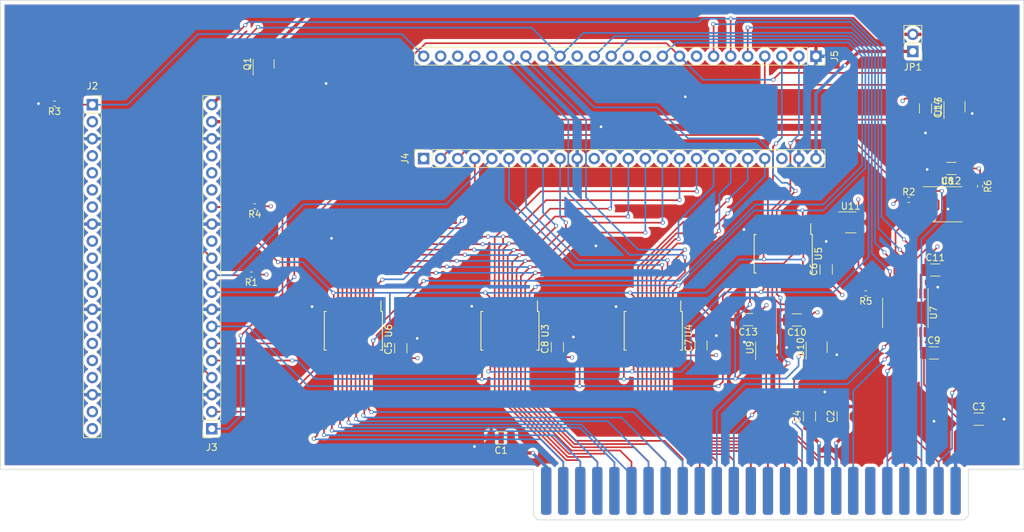
<source format=kicad_pcb>
(kicad_pcb (version 20221018) (generator pcbnew)
  (layers (0 "F.Cu" signal) (1 "In1.Cu" signal) (2 "In2.Cu" signal) (31 "B.Cu" signal) (34 "B.Paste" user) (35 "F.Paste" user) (36 "B.SilkS" user "B.Silkscreen") (37 "F.SilkS" user "F.Silkscreen") (38 "B.Mask" user) (39 "F.Mask" user) (44 "Edge.Cuts" user))
  (net 0 "")
  (net 1 "+3.3V")
  (net 2 "GND")
  (net 3 "+12V")
  (net 4 "-12V")
  (net 5 "+5V")
  (net 6 "-5V")
  (net 8 "/BUS_A0")
  (net 9 "/BUS_A1")
  (net 10 "/BUS_A2")
  (net 11 "/BUS_A3")
  (net 12 "/BUS_A4")
  (net 13 "/BUS_A5")
  (net 14 "/BUS_A6")
  (net 15 "/BUS_A7")
  (net 16 "/BUS_A8")
  (net 17 "/BUS_A9")
  (net 18 "/BUS_A10")
  (net 19 "/BUS_A11")
  (net 20 "/BUS_A12")
  (net 21 "/BUS_A13")
  (net 22 "/BUS_A14")
  (net 23 "/BUS_A15")
  (net 24 "/BUS_R~{W}")
  (net 27 "/BUS_~{RDY}")
  (net 28 "/BUS_~{DMA}")
  (net 29 "/BUS_~{INTOUT}")
  (net 30 "/BUS_~{DMAOUT}")
  (net 31 "/BUS_~{DMAIN}")
  (net 32 "/BUS_~{INTIN}")
  (net 34 "/BUS_~{IRQ}")
  (net 36 "/BUS_~{INH}")
  (net 37 "/BUS_M2B0")
  (net 41 "/BUS_M2SEL")
  (net 42 "/BUS_PHI0")
  (net 44 "/BUS_D7")
  (net 45 "/BUS_D6")
  (net 46 "/BUS_D5")
  (net 47 "/BUS_D4")
  (net 48 "/BUS_D3")
  (net 49 "/BUS_D2")
  (net 50 "/BUS_D1")
  (net 51 "/BUS_D0")
  (net 52 "/~{DMA}")
  (net 53 "/VIN")
  (net 54 "/~{INH}")
  (net 55 "/TEENSY_~{EMIT_DATA}")
  (net 56 "/Bus transceivers/B0")
  (net 57 "/Bus transceivers/B1")
  (net 58 "/Bus transceivers/B2")
  (net 59 "/Bus transceivers/B3")
  (net 60 "/Bus transceivers/B4")
  (net 61 "/Bus transceivers/B5")
  (net 62 "/Bus transceivers/B6")
  (net 63 "/Bus transceivers/B7")
  (net 64 "/TEENSY_A_~{OEBA}")
  (net 65 "/PICO_A_~{LEBA}")
  (net 66 "/TEENSY_D_~{OEBA}")
  (net 67 "/PICO_D_~{LEBA}")
  (net 68 "/~{RDY}")
  (net 69 "/Bus transceivers/~{DMAOUT}")
  (net 70 "/PHI0")
  (net 71 "/TEENSY_READY")
  (net 72 "/Bus transceivers/B9")
  (net 73 "/Bus transceivers/B8")
  (net 74 "/Bus transceivers/B11")
  (net 75 "/Bus transceivers/B10")
  (net 76 "/M2B0")
  (net 77 "/M2SEL")
  (net 78 "/TEENSY_REQ_~{DMAOUT}")
  (net 79 "/TEENSY_REQ_DMA")
  (net 80 "/PICO_A_~{OEAB}")
  (net 81 "/TEENSY_A_~{LEAB}")
  (net 82 "/Bus transceivers/B13")
  (net 83 "/Bus transceivers/B12")
  (net 84 "/TEENSY_D_~{LEAB}")
  (net 85 "/Bus transceivers/~{INTOUT}")
  (net 86 "/PICO_D_~{OEAB}")
  (net 87 "/Bus transceivers/B15")
  (net 88 "/Bus transceivers/B14")
  (net 89 "/R~{W}")
  (net 90 "/Bus transceivers/LEVEL_ENABLE")
  (net 91 "/Bus transceivers/BUF_M2B0")
  (net 92 "/Bus transceivers/BUF_M2SEL")
  (net 94 "/BUS_~{ENABLE}")
  (net 105 "/TEENSY_~{IRQ}")
  (net 106 "/DMA_CYCLE_ACTIVE")
  (net 107 "/TEENSY_REQ_~{IRQ}")
  (net 109 "/Bus transceivers/~{IRQ}")
  (net 127 "Net-(J3-Pin_19)")
  (net 128 "Net-(J3-Pin_20)")
  (footprint "Capacitor_SMD:C_1206_3216Metric" (layer "F.Cu") (at 109.6264 101.8032 90)
    (fp_text reference "C5")
    (fp_text value "100nF")
  )
  (footprint "Capacitor_SMD:C_1206_3216Metric" (layer "F.Cu") (at 189.2123 90.159)
    (fp_text reference "C11")
    (fp_text value "100nF")
  )
  (footprint "Connector_PinSocket_2.54mm:PinSocket_1x20_P2.54mm_Vertical" (layer "F.Cu") (at 63.7032 65.532)
    (fp_text reference "J2")
    (fp_text value "Conn_01x20")
  )
  (footprint "Capacitor_SMD:C_1206_3216Metric" (layer "F.Cu") (at 154.3304 101.3968 90)
    (fp_text reference "C7")
    (fp_text value "100nF")
  )
  (footprint "Resistor_SMD:R_0402_1005Metric" (layer "F.Cu") (at 185.2676 79.7052)
    (fp_text reference "R2")
    (fp_text value "10K")
  )
  (footprint "Package_TO_SOT_SMD:SOT-23-5" (layer "F.Cu") (at 171.5516 101.6508 90)
    (fp_text reference "U10")
    (fp_text value "74AHC1G126")
  )
  (footprint "Package_TO_SOT_SMD:SOT-23-5" (layer "F.Cu") (at 192.0748 65.8368 90)
    (fp_text reference "U13")
    (fp_text value "74LVC1G08")
  )
  (footprint "Package_TO_SOT_SMD:SOT-23-5" (layer "F.Cu") (at 164.0332 101.7016 90)
    (fp_text reference "U9")
    (fp_text value "74AHC1G126")
  )
  (footprint "Package_SO:TSSOP-14_4.4x5mm_P0.65mm" (layer "F.Cu") (at 191.008 80.3656)
    (fp_text reference "U8")
    (fp_text value "74LCX07")
  )
  (footprint "Package_SO:SSOP-24_5.3x8.2mm_P0.65mm" (layer "F.Cu") (at 166.5732 87.7316 -90)
    (fp_text reference "U5")
    (fp_text value "SN74LVC543ADW")
  )
  (footprint "Package_TO_SOT_SMD:SOT-23-5" (layer "F.Cu") (at 176.6316 83.058)
    (fp_text reference "U11")
    (fp_text value "SN74LVC1G14DBV")
  )
  (footprint "Capacitor_SMD:C_1206_3216Metric" (layer "F.Cu") (at 172.974 90.0684 90)
    (fp_text reference "C6")
    (fp_text value "100nF")
  )
  (footprint "Capacitor_SMD:C_1206_3216Metric" (layer "F.Cu") (at 191.6176 75.0316 180)
    (fp_text reference "C12")
    (fp_text value "100nF")
  )
  (footprint "Capacitor_SMD:C_1206_3216Metric" (layer "F.Cu") (at 161.3408 97.536 180)
    (fp_text reference "C13")
    (fp_text value "100nF")
  )
  (footprint "Package_SO:SSOP-24_5.3x8.2mm_P0.65mm" (layer "F.Cu") (at 102.5652 99.2124 -90)
    (fp_text reference "U6")
    (fp_text value "SN74LVC543ADW")
  )
  (footprint "Resistor_SMD:R_0402_1005Metric" (layer "F.Cu") (at 195.8848 77.6732 -90)
    (fp_text reference "R6")
    (fp_text value "10K")
  )
  (footprint "Connector_PinSocket_2.54mm:PinSocket_1x24_P2.54mm_Vertical" (layer "F.Cu") (at 171.45 58.3184 -90)
    (fp_text reference "J5")
    (fp_text value "Conn_01x24")
  )
  (footprint "Capacitor_SMD:C_1206_3216Metric" (layer "F.Cu") (at 132.9436 101.6508 90)
    (fp_text reference "C8")
    (fp_text value "100nF")
  )
  (footprint "Resistor_SMD:R_0402_1005Metric" (layer "F.Cu") (at 87.378 90.8304 180)
    (fp_text reference "R1")
    (fp_text value "10K")
  )
  (footprint "Capacitor_SMD:C_1206_3216Metric" (layer "F.Cu") (at 170.4848 111.9632 90)
    (fp_text reference "C4")
    (fp_text value "100nF")
  )
  (footprint "Connector_PinSocket_2.54mm:PinSocket_1x20_P2.54mm_Vertical" (layer "F.Cu") (at 81.4832 113.792 180)
    (fp_text reference "J3")
    (fp_text value "Conn_01x20")
  )
  (footprint "Capacitor_SMD:C_1206_3216Metric" (layer "F.Cu") (at 175.514 111.9632 90)
    (fp_text reference "C2")
    (fp_text value "100nF")
  )
  (footprint "Resistor_SMD:R_0402_1005Metric" (layer "F.Cu") (at 58.0644 65.3796 180)
    (fp_text reference "R3")
    (fp_text value "10K")
  )
  (footprint "appletini:AppleIIBus_Edge" (layer "F.Cu") (at 161.76 123.0376)
    (fp_text reference "J1")
    (fp_text value "Conn_02x25_Counter_Clockwise")
    (fp_line (start -32.385 3.683) (end -32.385 -3.175) (stroke (width 0.1)) (layer "Edge.Cuts"))
    (fp_line (start -31.75 4.318) (end -32.385 3.683) (stroke (width 0.1)) (layer "Edge.Cuts"))
    (fp_line (start 31.75 4.318) (end -31.75 4.318) (stroke (width 0.1)) (layer "Edge.Cuts"))
    (fp_line (start 31.75 4.318) (end 32.385 3.683) (stroke (width 0.1)) (layer "Edge.Cuts"))
    (fp_line (start 32.385 -3.175) (end 32.385 3.683) (stroke (width 0.1)) (layer "Edge.Cuts"))
  )
  (footprint "Package_SO:SSOP-24_5.3x8.2mm_P0.65mm" (layer "F.Cu") (at 147.2184 99.2124 -90)
    (fp_text reference "U4")
    (fp_text value "SN74LVC543ADW")
  )
  (footprint "Capacitor_SMD:C_1206_3216Metric" (layer "F.Cu") (at 195.6816 112.3696)
    (fp_text reference "C3")
    (fp_text value "100nF")
  )
  (footprint "Connector_PinSocket_2.54mm:PinSocket_1x24_P2.54mm_Vertical" (layer "F.Cu") (at 113.03 73.5584 90)
    (fp_text reference "J4")
    (fp_text value "Conn_01x24")
  )
  (footprint "Package_SO:SSOP-24_5.3x8.2mm_P0.65mm" (layer "F.Cu") (at 125.8824 99.2124 -90)
    (fp_text reference "U3")
    (fp_text value "SN74LVC543ADW")
  )
  (footprint "Package_TO_SOT_SMD:SOT-23" (layer "F.Cu") (at 89.2048 59.4591 90)
    (fp_text reference "Q1")
    (fp_text value "TP0610T")
  )
  (footprint "Capacitor_SMD:C_1206_3216Metric" (layer "F.Cu") (at 187.7568 66.0908 -90)
    (fp_text reference "C14")
    (fp_text value "100nF")
  )
  (footprint "Capacitor_SMD:C_1206_3216Metric" (layer "F.Cu") (at 168.6052 97.5868 180)
    (fp_text reference "C10")
    (fp_text value "100nF")
  )
  (footprint "Resistor_SMD:R_0402_1005Metric" (layer "F.Cu") (at 178.8668 93.6244 180)
    (fp_text reference "R5")
    (fp_text value "10K")
  )
  (footprint "Capacitor_SMD:C_1206_3216Metric" (layer "F.Cu") (at 189.0073 102.5034)
    (fp_text reference "C9")
    (fp_text value "100nF")
  )
  (footprint "Connector_PinHeader_2.54mm:PinHeader_1x02_P2.54mm_Vertical" (layer "F.Cu") (at 185.8772 57.6072 180)
    (fp_text reference "JP1")
    (fp_text value "Jumper_2_Open")
  )
  (footprint "Resistor_SMD:R_0402_1005Metric" (layer "F.Cu") (at 87.884 80.6704 180)
    (fp_text reference "R4")
    (fp_text value "10K")
  )
  (footprint "Package_SO:TSSOP-20_4.4x6.5mm_P0.65mm" (layer "F.Cu") (at 184.7596 96.52 -90)
    (fp_text reference "U7")
    (fp_text value "TXS0108EPW")
  )
  (footprint "Capacitor_SMD:C_1206_3216Metric" (layer "F.Cu") (at 124.5616 115.1636 180)
    (fp_text reference "C1")
    (fp_text value "100nF")
  )
  (gr_line (start 50 50) (end 202.4 50) (stroke (width 0.1)) (layer "Edge.Cuts"))
  (gr_line (start 50 119.85) (end 129.3496 119.85) (stroke (width 0.1)) (layer "Edge.Cuts"))
  (gr_line (start 202.4 50) (end 202.4 119.85) (stroke (width 0.1)) (layer "Edge.Cuts"))
  (gr_line (start 202.4 119.85) (end 194.1576 119.85) (stroke (width 0.1)) (layer "Edge.Cuts"))
  (gr_line (start 50 50) (end 50 119.85) (stroke (width 0.1)) (layer "Edge.Cuts"))
  (segment (start 106.606 103.2782) (end 106.27 102.9422) (width 0.25) (layer "F.Cu") (net 1))
  (segment (start 187.7373 90.159) (end 187.7373 88.5639) (width 0.25) (layer "F.Cu") (net 1))
  (segment (start 177.7691 82.108) (end 177.7691 79.8576) (width 0.25) (layer "F.Cu") (net 1))
  (segment (start 170.278 91.4614) (end 170.278 91.3316) (width 0.25) (layer "F.Cu") (net 1))
  (segment (start 171.1978 96.4692) (end 171.6024 96.4692) (width 0.25) (layer "F.Cu") (net 1))
  (segment (start 172.974 91.5434) (end 170.36 91.5434) (width 0.25) (layer "F.Cu") (net 1))
  (segment (start 150.9232 102.8718) (end 150.9232 102.8124) (width 0.25) (layer "F.Cu") (net 1))
  (segment (start 164.084 95.4024) (end 162.8158 96.6706) (width 0.25) (layer "F.Cu") (net 1))
  (segment (start 135.1262 103.1258) (end 135.128 103.124) (width 0.25) (layer "F.Cu") (net 1))
  (segment (start 195.0181 77.1632) (end 193.8705 78.3108) (width 0.25) (layer "F.Cu") (net 1))
  (segment (start 172.974 91.5434) (end 173.0266 91.5434) (width 0.25) (layer "F.Cu") (net 1))
  (segment (start 187.7568 64.6158) (end 184.7106 64.6158) (width 0.25) (layer "F.Cu") (net 1))
  (segment (start 195.8848 77.1632) (end 195.8848 75.2348) (width 0.25) (layer "F.Cu") (net 1))
  (segment (start 170.0802 97.5868) (end 170.0802 99.9919) (width 0.25) (layer "F.Cu") (net 1))
  (segment (start 132.9436 103.1258) (end 135.1262 103.1258) (width 0.25) (layer "F.Cu") (net 1))
  (segment (start 129.5872 102.9422) (end 129.5872 102.8124) (width 0.25) (layer "F.Cu") (net 1))
  (segment (start 184.7576 79.7052) (end 183.5404 79.7052) (width 0.25) (layer "F.Cu") (net 1))
  (segment (start 112.1646 103.2782) (end 112.1664 103.2764) (width 0.25) (layer "F.Cu") (net 1))
  (segment (start 170.0802 97.5868) (end 171.1978 96.4692) (width 0.25) (layer "F.Cu") (net 1))
  (segment (start 170.36 91.5434) (end 170.278 91.4614) (width 0.25) (layer "F.Cu") (net 1))
  (segment (start 162.8158 100.2967) (end 163.0832 100.5641) (width 0.25) (layer "F.Cu") (net 1))
  (segment (start 88.394 80.6704) (end 90.2716 80.6704) (width 0.25) (layer "F.Cu") (net 1))
  (segment (start 129.7708 103.1258) (end 129.5872 102.9422) (width 0.25) (layer "F.Cu") (net 1))
  (segment (start 187.0346 90.8617) (end 187.7373 90.159) (width 0.25) (layer "F.Cu") (net 1))
  (segment (start 195.8848 77.1632) (end 195.0181 77.1632) (width 0.25) (layer "F.Cu") (net 1))
  (segment (start 89.6132 90.8304) (end 87.888 90.8304) (width 0.25) (layer "F.Cu") (net 1))
  (segment (start 109.6264 103.2782) (end 106.606 103.2782) (width 0.25) (layer "F.Cu") (net 1))
  (segment (start 106.27 102.9422) (end 106.27 102.8124) (width 0.25) (layer "F.Cu") (net 1))
  (segment (start 90.2716 80.6704) (end 90.2208 80.6704) (width 0.25) (layer "F.Cu") (net 1))
  (segment (start 170.0802 99.9919) (end 170.6016 100.5133) (width 0.25) (layer "F.Cu") (net 1))
  (segment (start 162.8158 96.6706) (end 162.8158 97.536) (width 0.25) (layer "F.Cu") (net 1))
  (segment (start 184.7106 64.6158) (end 184.4548 64.8716) (width 0.25) (layer "F.Cu") (net 1))
  (segment (start 183.5404 79.7052) (end 182.9816 80.264) (width 0.25) (layer "F.Cu") (net 1))
  (segment (start 191.0413 64.6158) (end 191.1248 64.6993) (width 0.25) (layer "F.Cu") (net 1))
  (segment (start 187.7373 88.5639) (end 189.5856 86.7156) (width 0.25) (layer "F.Cu") (net 1))
  (segment (start 109.6264 103.2782) (end 112.1646 103.2782) (width 0.25) (layer "F.Cu") (net 1))
  (segment (start 177.7691 79.6743) (end 177.7492 79.6544) (width 0.25) (layer "F.Cu") (net 1))
  (segment (start 193.0926 75.0316) (end 195.6308 75.0316) (width 0.25) (layer "F.Cu") (net 1))
  (segment (start 187.7568 64.6158) (end 191.0413 64.6158) (width 0.25) (layer "F.Cu") (net 1))
  (segment (start 154.3304 102.8718) (end 156.4114 102.8718) (width 0.25) (layer "F.Cu") (net 1))
  (segment (start 162.8158 97.536) (end 162.8158 100.2967) (width 0.25) (layer "F.Cu") (net 1))
  (segment (start 187.0346 93.6575) (end 187.0346 90.8617) (width 0.25) (layer "F.Cu") (net 1))
  (segment (start 173.0266 91.5434) (end 175.3616 93.8784) (width 0.25) (layer "F.Cu") (net 1))
  (segment (start 195.8848 75.2348) (end 195.6816 75.0316) (width 0.25) (layer "F.Cu") (net 1))
  (segment (start 132.9436 103.1258) (end 129.7708 103.1258) (width 0.25) (layer "F.Cu") (net 1))
  (segment (start 154.3304 102.8718) (end 150.9232 102.8718) (width 0.25) (layer "F.Cu") (net 1))
  (via (at 182.9816 80.3148) (size 0.6) (drill 0.4) (layers "F.Cu" "B.Cu") (net 1))
  (via (at 89.6132 90.8304) (size 0.6) (drill 0.4) (layers "F.Cu" "B.Cu") (net 1))
  (via (at 175.3616 93.8784) (size 0.6) (drill 0.4) (layers "F.Cu" "B.Cu") (net 1))
  (via (at 189.5348 86.6648) (size 0.6) (drill 0.4) (layers "F.Cu" "B.Cu") (net 1))
  (via (at 184.3532 64.9732) (size 0.6) (drill 0.4) (layers "F.Cu" "B.Cu") (net 1))
  (via (at 171.6532 96.4692) (size 0.6) (drill 0.4) (layers "F.Cu" "B.Cu") (net 1))
  (via (at 164.084 95.4024) (size 0.6) (drill 0.4) (layers "F.Cu" "B.Cu") (net 1))
  (via (at 135.128 103.1748) (size 0.6) (drill 0.4) (layers "F.Cu" "B.Cu") (net 1))
  (via (at 195.6816 75.0316) (size 0.6) (drill 0.4) (layers "F.Cu" "B.Cu") (net 1))
  (via (at 90.2716 80.6704) (size 0.6) (drill 0.4) (layers "F.Cu" "B.Cu") (net 1))
  (via (at 112.1156 103.2764) (size 0.6) (drill 0.4) (layers "F.Cu" "B.Cu") (net 1))
  (via (at 156.5656 102.8192) (size 0.6) (drill 0.4) (layers "F.Cu" "B.Cu") (net 1))
  (via (at 177.7492 79.6544) (size 0.6) (drill 0.4) (layers "F.Cu" "B.Cu") (net 1))
  (segment (start 194.7164 66.8528) (end 193.1463 66.8528) (width 0.25) (layer "F.Cu") (net 2))
  (segment (start 57.402 65.2272) (end 57.5544 65.3796) (width 0.25) (layer "F.Cu") (net 2))
  (segment (start 188.0108 75.184) (end 189.9902 75.184) (width 0.25) (layer "F.Cu") (net 2))
  (segment (start 189.9902 75.184) (end 190.1426 75.0316) (width 0.25) (layer "F.Cu") (net 2))
  (segment (start 120.5992 116.4336) (end 121.8166 116.4336) (width 0.5) (layer "F.Cu") (net 2))
  (segment (start 132.9436 100.1758) (end 135.2822 100.1758) (width 0.25) (layer "F.Cu") (net 2))
  (segment (start 180.0711 97.8557) (end 180.086 97.8408) (width 0.25) (layer "F.Cu") (net 2))
  (segment (start 181.6277 99.3825) (end 181.7298 99.3825) (width 0.25) (layer "F.Cu") (net 2))
  (segment (start 175.514 110.4882) (end 175.514 108.2548) (width 0.5) (layer "F.Cu") (net 2))
  (segment (start 180.086 97.8408) (end 178.3568 96.1116) (width 0.25) (layer "F.Cu") (net 2))
  (segment (start 167.1302 97.5868) (end 167.1284 97.5886) (width 0.25) (layer "F.Cu") (net 2))
  (segment (start 178.3568 96.1116) (end 178.3568 93.6244) (width 0.25) (layer "F.Cu") (net 2))
  (segment (start 172.7182 108.2548) (end 172.72 108.2548) (width 0.25) (layer "F.Cu") (net 2))
  (segment (start 189.5856 92.7608) (end 188.6889 93.6575) (width 0.25) (layer "F.Cu") (net 2))
  (segment (start 55.6768 65.3796) (end 57.5544 65.3796) (width 0.25) (layer "F.Cu") (net 2))
  (segment (start 173.8884 85.9028) (end 172.974 85.9028) (width 0.25) (layer "F.Cu") (net 2))
  (segment (start 122.12 95.5548) (end 122.1776 95.6124) (width 0.25) (layer "F.Cu") (net 2))
  (segment (start 159.8658 97.536) (end 159.8658 100.0234) (width 0.25) (layer "F.Cu") (net 2))
  (segment (start 172.72 108.2548) (end 172.7708 108.3056) (width 0.25) (layer "F.Cu") (net 2))
  (segment (start 143.5068 95.6056) (end 143.5136 95.6124) (width 0.25) (layer "F.Cu") (net 2))
  (segment (start 172.8216 108.2548) (end 175.514 108.2548) (width 0.5) (layer "F.Cu") (net 2))
  (segment (start 189.6364 92.71) (end 189.5856 92.71) (width 0.25) (layer "F.Cu") (net 2))
  (segment (start 165.9437 102.8391) (end 164.9832 102.8391) (width 0.25) (layer "F.Cu") (net 2))
  (segment (start 190.6873 90.159) (end 190.6873 91.6591) (width 0.25) (layer "F.Cu") (net 2))
  (segment (start 193.1463 66.8528) (end 193.0248 66.9743) (width 0.25) (layer "F.Cu") (net 2))
  (segment (start 187.7568 69.7484) (end 187.7568 67.5658) (width 0.25) (layer "F.Cu") (net 2))
  (segment (start 167.1284 97.5886) (end 167.1284 101.7052) (width 0.25) (layer "F.Cu") (net 2))
  (segment (start 193.8705 79.0656) (end 193.03375 79.0656) (width 0.25) (layer "F.Cu") (net 2))
  (segment (start 172.974 85.9028) (end 172.974 85.9536) (width 0.25) (layer "F.Cu") (net 2))
  (segment (start 112.063 100.3282) (end 112.0648 100.33) (width 0.25) (layer "F.Cu") (net 2))
  (segment (start 190.4823 102.5034) (end 190.4823 100.6171) (width 0.25) (layer "F.Cu") (net 2))
  (segment (start 167.0812 101.7016) (end 165.9437 102.8391) (width 0.25) (layer "F.Cu") (net 2))
  (segment (start 172.7708 108.3056) (end 172.8216 108.2548) (width 0.25) (layer "F.Cu") (net 2))
  (segment (start 167.132 101.7016) (end 167.0812 101.7016) (width 0.25) (layer "F.Cu") (net 2))
  (segment (start 175.4941 84.2971) (end 173.8884 85.9028) (width 0.25) (layer "F.Cu") (net 2))
  (segment (start 174.5488 102.7684) (end 172.5215 102.7684) (width 0.25) (layer "F.Cu") (net 2))
  (segment (start 175.4941 84.008) (end 175.4941 84.2971) (width 0.25) (layer "F.Cu") (net 2))
  (segment (start 197.1566 112.3696) (end 199.4408 112.3696) (width 0.5) (layer "F.Cu") (net 2))
  (segment (start 172.5215 102.7684) (end 172.5016 102.7883) (width 0.25) (layer "F.Cu") (net 2))
  (segment (start 141.6812 95.6056) (end 143.5068 95.6056) (width 0.25) (layer "F.Cu") (net 2))
  (segment (start 193.03375 79.0656) (end 191.08375 81.0156) (width 0.25) (layer "F.Cu") (net 2))
  (segment (start 160.7312 84.1248) (end 160.6026 83.9962) (width 0.25) (layer "F.Cu") (net 2))
  (segment (start 189.5856 92.71) (end 189.5856 92.7608) (width 0.25) (layer "F.Cu") (net 2))
  (segment (start 160.7312 84.1248) (end 162.8616 84.1248) (width 0.25) (layer "F.Cu") (net 2))
  (segment (start 109.6264 100.3282) (end 112.063 100.3282) (width 0.25) (layer "F.Cu") (net 2))
  (segment (start 188.6889 93.6575) (end 187.7894 93.6575) (width 0.25) (layer "F.Cu") (net 2))
  (segment (start 191.1096 80.98975) (end 191.1096 81.0768) (width 0.25) (layer "F.Cu") (net 2))
  (segment (start 191.02255 81.0768) (end 189.78375 82.3156) (width 0.25) (layer "F.Cu") (net 2))
  (segment (start 189.8396 99.9744) (end 189.2477 99.3825) (width 0.25) (layer "F.Cu") (net 2))
  (segment (start 121.8166 116.4336) (end 123.0866 115.1636) (width 0.5) (layer "F.Cu") (net 2))
  (segment (start 190.6873 91.6591) (end 189.6364 92.71) (width 0.25) (layer "F.Cu") (net 2))
  (segment (start 120.1928 95.5548) (end 122.12 95.5548) (width 0.25) (layer "F.Cu") (net 2))
  (segment (start 180.086 97.8408) (end 181.6277 99.3825) (width 0.25) (layer "F.Cu") (net 2))
  (segment (start 170.4848 110.4882) (end 172.7182 108.2548) (width 0.5) (layer "F.Cu") (net 2))
  (segment (start 189.2477 99.3825) (end 187.7894 99.3825) (width 0.25) (layer "F.Cu") (net 2))
  (segment (start 191.08375 81.0156) (end 191.1096 80.98975) (width 0.25) (layer "F.Cu") (net 2))
  (segment (start 189.78375 82.3156) (end 188.1455 82.3156) (width 0.25) (layer "F.Cu") (net 2))
  (segment (start 162.8616 84.1248) (end 162.8684 84.1316) (width 0.25) (layer "F.Cu") (net 2))
  (segment (start 96.4184 95.6056) (end 98.8536 95.6056) (width 0.25) (layer "F.Cu") (net 2))
  (segment (start 167.1284 101.7052) (end 167.132 101.7016) (width 0.25) (layer "F.Cu") (net 2))
  (segment (start 172.974 88.5934) (end 172.974 85.9028) (width 0.25) (layer "F.Cu") (net 2))
  (segment (start 190.4823 100.6171) (end 189.8396 99.9744) (width 0.25) (layer "F.Cu") (net 2))
  (segment (start 156.6164 99.9218) (end 154.3304 99.9218) (width 0.25) (layer "F.Cu") (net 2))
  (segment (start 199.4408 112.3696) (end 199.39 112.3696) (width 0.25) (layer "F.Cu") (net 2))
  (segment (start 98.8536 95.6056) (end 98.8604 95.6124) (width 0.25) (layer "F.Cu") (net 2))
  (segment (start 159.8658 100.0234) (end 160.7312 100.8888) (width 0.25) (layer "F.Cu") (net 2))
  (segment (start 191.1096 81.0768) (end 191.02255 81.0768) (width 0.25) (layer "F.Cu") (net 2))
  (segment (start 135.2822 100.1758) (end 135.3312 100.1268) (width 0.25) (layer "F.Cu") (net 2))
  (segment (start 187.7568 67.5658) (end 188.1124 67.9214) (width 0.25) (layer "F.Cu") (net 2))
  (via (at 172.974 85.9028) (size 0.6) (drill 0.4) (layers "F.Cu" "B.Cu") (net 2))
  (via (at 188.0108 75.184) (size 0.6) (drill 0.4) (layers "F.Cu" "B.Cu") (net 2))
  (via (at 96.4184 95.6056) (size 0.6) (drill 0.4) (layers "F.Cu" "B.Cu") (net 2))
  (via (at 189.0268 112.6744) (size 0.6) (drill 0.4) (layers "F.Cu" "B.Cu") (net 2))
  (via (at 189.5856 92.71) (size 0.6) (drill 0.4) (layers "F.Cu" "B.Cu") (net 2))
  (via (at 138.684 86.5632) (size 0.6) (drill 0.4) (layers "F.Cu" "B.Cu") (net 2))
  (via (at 167.0812 101.7016) (size 0.6) (drill 0.4) (layers "F.Cu" "B.Cu") (net 2))
  (via (at 98.5012 62.3824) (size 0.6) (drill 0.4) (layers "F.Cu" "B.Cu") (net 2))
  (via (at 199.4408 112.3696) (size 0.6) (drill 0.4) (layers "F.Cu" "B.Cu") (net 2))
  (via (at 55.6768 65.3796) (size 0.6) (drill 0.4) (layers "F.Cu" "B.Cu") (net 2))
  (via (at 112.0648 100.33) (size 0.6) (drill 0.4) (layers "F.Cu" "B.Cu") (net 2))
  (via (at 156.6164 99.9218) (size 0.6) (drill 0.4) (layers "F.Cu" "B.Cu") (net 2))
  (via (at 120.1928 95.5548) (size 0.6) (drill 0.4) (layers "F.Cu" "B.Cu") (net 2))
  (via (at 191.1096 81.0768) (size 0.6) (drill 0.4) (layers "F.Cu" "B.Cu") (net 2))
  (via (at 99.309308 85.437796) (size 0.6) (drill 0.4) (layers "F.Cu" "B.Cu") (net 2))
  (via (at 160.782 100.8888) (size 0.6) (drill 0.4) (layers "F.Cu" "B.Cu") (net 2))
  (via (at 151.9936 64.3636) (size 0.6) (drill 0.4) (layers "F.Cu" "B.Cu") (net 2))
  (via (at 160.7312 84.1248) (size 0.6) (drill 0.4) (layers "F.Cu" "B.Cu") (net 2))
  (via (at 174.5488 102.7684) (size 0.6) (drill 0.4) (layers "F.Cu" "B.Cu") (net 2))
  (via (at 135.3312 100.1268) (size 0.6) (drill 0.4) (layers "F.Cu" "B.Cu") (net 2))
  (via (at 172.7708 108.3056) (size 0.6) (drill 0.4) (layers "F.Cu" "B.Cu") (net 2))
  (via (at 139.446 68.834) (size 0.6) (drill 0.4) (layers "F.Cu" "B.Cu") (net 2))
  (via (at 141.6812 95.6056) (size 0.6) (drill 0.4) (layers "F.Cu" "B.Cu") (net 2))
  (via (at 194.7164 66.8528) (size 0.6) (drill 0.4) (layers "F.Cu" "B.Cu") (net 2))
  (via (at 120.5992 116.4336) (size 0.6) (drill 0.4) (layers "F.Cu" "B.Cu") (net 2))
  (via (at 187.7568 69.7484) (size 0.6) (drill 0.4) (layers "F.Cu" "B.Cu") (net 2))
  (segment (start 195.072 115.7732) (end 197.5612 115.7732) (width 0.5) (layer "B.Cu") (net 2))
  (segment (start 192.24 118.6052) (end 195.072 115.7732) (width 0.5) (layer "B.Cu") (net 2))
  (segment (start 199.4408 113.8936) (end 199.4408 112.3696) (width 0.5) (layer "B.Cu") (net 2))
  (segment (start 197.5612 115.7732) (end 199.4408 113.8936) (width 0.5) (layer "B.Cu") (net 2))
  (segment (start 192.24 123.2536) (end 192.24 118.6052) (width 0.25) (layer "B.Cu") (net 2))
  (segment (start 128.2718 117.3988) (end 129.286 117.3988) (width 0.5) (layer "F.Cu") (net 3))
  (segment (start 126.0366 115.1636) (end 128.2718 117.3988) (width 0.5) (layer "F.Cu") (net 3))
  (via (at 129.286 117.3988) (size 0.6) (drill 0.4) (layers "F.Cu" "B.Cu") (net 3))
  (segment (start 131.28 119.4436) (end 131.28 123.2536) (width 0.5) (layer "B.Cu") (net 3))
  (segment (start 129.2352 117.3988) (end 129.3368 117.5004) (width 0.25) (layer "B.Cu") (net 3))
  (segment (start 129.286 117.4496) (end 129.286 117.3988) (width 0.25) (layer "B.Cu") (net 3))
  (segment (start 131.28 119.4436) (end 129.286 117.4496) (width 0.5) (layer "B.Cu") (net 3))
  (segment (start 129.286 117.3988) (end 129.2352 117.3988) (width 0.25) (layer "B.Cu") (net 3))
  (segment (start 175.514 113.4382) (end 175.514 114.8716) (width 0.5) (layer "F.Cu") (net 4))
  (segment (start 175.514 114.8716) (end 174.46 115.9256) (width 0.5) (layer "F.Cu") (net 4))
  (via (at 174.46 115.9256) (size 0.6) (drill 0.4) (layers "F.Cu" "B.Cu") (net 4))
  (segment (start 174.46 123.2536) (end 174.46 115.9256) (width 0.5) (layer "B.Cu") (net 4))
  (segment (start 96.012 51.7144) (end 89.2048 58.5216) (width 0.5) (layer "F.Cu") (net 5))
  (segment (start 192.24 114.3362) (end 194.2066 112.3696) (width 0.5) (layer "F.Cu") (net 5))
  (segment (start 199.0852 62.3824) (end 199.0852 104.2991) (width 0.5) (layer "F.Cu") (net 5))
  (segment (start 187.0346 99.3825) (end 187.0346 102.0057) (width 0.25) (layer "F.Cu") (net 5))
  (segment (start 191.77 55.0672) (end 199.0852 62.3824) (width 0.5) (layer "F.Cu") (net 5))
  (segment (start 194.2066 109.1777) (end 194.2066 112.3696) (width 0.5) (layer "F.Cu") (net 5))
  (segment (start 192.24 123.2536) (end 192.24 114.3362) (width 0.5) (layer "F.Cu") (net 5))
  (segment (start 187.5323 107.2175) (end 187.5323 102.5034) (width 0.25) (layer "F.Cu") (net 5))
  (segment (start 180.7464 55.0672) (end 177.3936 51.7144) (width 0.5) (layer "F.Cu") (net 5))
  (segment (start 187.0346 102.0057) (end 187.5323 102.5034) (width 0.25) (layer "F.Cu") (net 5))
  (segment (start 185.8772 55.0672) (end 180.7464 55.0672) (width 0.5) (layer "F.Cu") (net 5))
  (segment (start 185.8772 55.0672) (end 191.77 55.0672) (width 0.5) (layer "F.Cu") (net 5))
  (segment (start 192.6844 112.3696) (end 187.5323 107.2175) (width 0.25) (layer "F.Cu") (net 5))
  (segment (start 194.2066 112.3696) (end 192.6844 112.3696) (width 0.25) (layer "F.Cu") (net 5))
  (segment (start 199.0852 104.2991) (end 194.2066 109.1777) (width 0.5) (layer "F.Cu") (net 5))
  (segment (start 177.3936 51.7144) (end 96.012 51.7144) (width 0.5) (layer "F.Cu") (net 5))
  (segment (start 170.4848 113.4382) (end 170.4848 114.5032) (width 0.5) (layer "F.Cu") (net 6))
  (segment (start 170.4848 114.5032) (end 171.9072 115.9256) (width 0.5) (layer "F.Cu") (net 6))
  (via (at 171.9072 115.9256) (size 0.6) (drill 0.4) (layers "F.Cu" "B.Cu") (net 6))
  (segment (start 171.92 123.2536) (end 171.9072 123.2408) (width 0.25) (layer "B.Cu") (net 6))
  (segment (start 171.9072 123.2408) (end 171.9072 115.9256) (width 0.5) (layer "B.Cu") (net 6))
  (segment (start 133.82 118.6816) (end 123.6074 108.469) (width 0.25) (layer "F.Cu") (net 8))
  (segment (start 123.6074 108.469) (end 123.6074 102.8124) (width 0.25) (layer "F.Cu") (net 8))
  (segment (start 133.82 123.2536) (end 133.82 118.6816) (width 0.25) (layer "F.Cu") (net 8))
  (segment (start 136.144 118.4656) (end 134.280843 118.4656) (width 0.25) (layer "F.Cu") (net 9))
  (segment (start 134.280843 118.4656) (end 124.2574 108.442158) (width 0.25) (layer "F.Cu") (net 9))
  (segment (start 136.36 118.6816) (end 136.144 118.4656) (width 0.25) (layer "F.Cu") (net 9))
  (segment (start 124.2574 108.442158) (end 124.2574 102.8124) (width 0.25) (layer "F.Cu") (net 9))
  (segment (start 136.36 123.2536) (end 136.36 118.6816) (width 0.25) (layer "F.Cu") (net 9))
  (segment (start 138.1546 117.987) (end 134.479085 117.987) (width 0.25) (layer "F.Cu") (net 10))
  (segment (start 138.9 118.7324) (end 138.1546 117.987) (width 0.25) (layer "F.Cu") (net 10))
  (segment (start 138.9 123.2536) (end 138.9 118.7324) (width 0.25) (layer "F.Cu") (net 10))
  (segment (start 134.479085 117.987) (end 124.9074 108.415316) (width 0.25) (layer "F.Cu") (net 10))
  (segment (start 124.9074 108.415316) (end 124.9074 102.8124) (width 0.25) (layer "F.Cu") (net 10))
  (segment (start 140.1652 117.5084) (end 134.677327 117.5084) (width 0.25) (layer "F.Cu") (net 11))
  (segment (start 141.44 118.7832) (end 140.1652 117.5084) (width 0.25) (layer "F.Cu") (net 11))
  (segment (start 134.677327 117.5084) (end 125.5574 108.388473) (width 0.25) (layer "F.Cu") (net 11))
  (segment (start 141.44 123.2536) (end 141.44 118.7832) (width 0.25) (layer "F.Cu") (net 11))
  (segment (start 125.5574 108.388473) (end 125.5574 102.8124) (width 0.25) (layer "F.Cu") (net 11))
  (segment (start 135.0264 117.0298) (end 126.2074 108.2108) (width 0.25) (layer "F.Cu") (net 12))
  (segment (start 126.2074 108.2108) (end 126.2074 102.8124) (width 0.25) (layer "F.Cu") (net 12))
  (segment (start 143.98 118.7324) (end 142.2774 117.0298) (width 0.25) (layer "F.Cu") (net 12))
  (segment (start 143.98 123.2536) (end 143.98 118.7324) (width 0.25) (layer "F.Cu") (net 12))
  (segment (start 142.2774 117.0298) (end 135.0264 117.0298) (width 0.25) (layer "F.Cu") (net 12))
  (segment (start 126.8574 108.1282) (end 126.8574 102.8124) (width 0.25) (layer "F.Cu") (net 13))
  (segment (start 146.52 123.2536) (end 146.52 118.6816) (width 0.25) (layer "F.Cu") (net 13))
  (segment (start 135.2804 116.5512) (end 126.8574 108.1282) (width 0.25) (layer "F.Cu") (net 13))
  (segment (start 146.52 118.6816) (end 144.3896 116.5512) (width 0.25) (layer "F.Cu") (net 13))
  (segment (start 144.3896 116.5512) (end 135.2804 116.5512) (width 0.25) (layer "F.Cu") (net 13))
  (segment (start 149.06 118.7324) (end 146.4002 116.0726) (width 0.25) (layer "F.Cu") (net 14))
  (segment (start 149.06 123.2536) (end 149.06 118.7324) (width 0.25) (layer "F.Cu") (net 14))
  (segment (start 135.478642 116.0726) (end 127.5074 108.101358) (width 0.25) (layer "F.Cu") (net 14))
  (segment (start 146.4002 116.0726) (end 135.478642 116.0726) (width 0.25) (layer "F.Cu") (net 14))
  (segment (start 127.5074 108.101358) (end 127.5074 102.8124) (width 0.25) (layer "F.Cu") (net 14))
  (segment (start 128.1574 108.074516) (end 128.1574 102.8124) (width 0.25) (layer "F.Cu") (net 15))
  (segment (start 135.676884 115.594) (end 128.1574 108.074516) (width 0.25) (layer "F.Cu") (net 15))
  (segment (start 151.6 118.2752) (end 148.9188 115.594) (width 0.25) (layer "F.Cu") (net 15))
  (segment (start 148.9188 115.594) (end 135.676884 115.594) (width 0.25) (layer "F.Cu") (net 15))
  (segment (start 151.6 123.2536) (end 151.6 118.2752) (width 0.25) (layer "F.Cu") (net 15))
  (segment (start 144.9434 109.485) (end 144.9434 102.8124) (width 0.25) (layer "F.Cu") (net 16))
  (segment (start 154.14 123.2536) (end 154.14 118.6816) (width 0.25) (layer "F.Cu") (net 16))
  (segment (start 154.14 118.6816) (end 144.9434 109.485) (width 0.25) (layer "F.Cu") (net 16))
  (segment (start 156.68 123.2536) (end 156.68 118.6308) (width 0.25) (layer "F.Cu") (net 17))
  (segment (start 156.1084 118.0592) (end 154.194442 118.0592) (width 0.25) (layer "F.Cu") (net 17))
  (segment (start 156.68 118.6308) (end 156.1084 118.0592) (width 0.25) (layer "F.Cu") (net 17))
  (segment (start 145.5934 109.458158) (end 145.5934 102.8124) (width 0.25) (layer "F.Cu") (net 17))
  (segment (start 156.68 121.0692) (end 156.3116 120.7008) (width 0.25) (layer "F.Cu") (net 17))
  (segment (start 156.68 123.2536) (end 156.68 121.0692) (width 0.25) (layer "F.Cu") (net 17))
  (segment (start 154.194442 118.0592) (end 145.5934 109.458158) (width 0.25) (layer "F.Cu") (net 17))
  (segment (start 159.22 118.5292) (end 158.2714 117.5806) (width 0.25) (layer "F.Cu") (net 18))
  (segment (start 146.2434 109.431316) (end 146.2434 102.8124) (width 0.25) (layer "F.Cu") (net 18))
  (segment (start 158.2714 117.5806) (end 154.392684 117.5806) (width 0.25) (layer "F.Cu") (net 18))
  (segment (start 154.392684 117.5806) (end 146.2434 109.431316) (width 0.25) (layer "F.Cu") (net 18))
  (segment (start 159.22 123.2536) (end 159.22 118.5292) (width 0.25) (layer "F.Cu") (net 18))
  (segment (start 161.76 123.2536) (end 161.76 118.7324) (width 0.25) (layer "F.Cu") (net 19))
  (segment (start 161.76 118.7324) (end 160.1296 117.102) (width 0.25) (layer "F.Cu") (net 19))
  (segment (start 154.590926 117.102) (end 146.8934 109.404474) (width 0.25) (layer "F.Cu") (net 19))
  (segment (start 160.1296 117.102) (end 154.590926 117.102) (width 0.25) (layer "F.Cu") (net 19))
  (segment (start 146.8934 109.404474) (end 146.8934 102.8124) (width 0.25) (layer "F.Cu") (net 19))
  (segment (start 162.2418 116.6234) (end 154.789168 116.6234) (width 0.25) (layer "F.Cu") (net 20))
  (segment (start 154.789168 116.6234) (end 147.5434 109.377632) (width 0.25) (layer "F.Cu") (net 20))
  (segment (start 164.3 118.6816) (end 162.2418 116.6234) (width 0.25) (layer "F.Cu") (net 20))
  (segment (start 164.3 123.2536) (end 164.3 118.6816) (width 0.25) (layer "F.Cu") (net 20))
  (segment (start 147.5434 109.377632) (end 147.5434 102.8124) (width 0.25) (layer "F.Cu") (net 20))
  (segment (start 166.84 118.6816) (end 164.3032 116.1448) (width 0.25) (layer "F.Cu") (net 21))
  (segment (start 166.84 123.2536) (end 166.84 118.6816) (width 0.25) (layer "F.Cu") (net 21))
  (segment (start 154.98741 116.1448) (end 148.1934 109.35079) (width 0.25) (layer "F.Cu") (net 21))
  (segment (start 164.3032 116.1448) (end 154.98741 116.1448) (width 0.25) (layer "F.Cu") (net 21))
  (segment (start 148.1934 109.35079) (end 148.1934 102.8124) (width 0.25) (layer "F.Cu") (net 21))
  (segment (start 155.185652 115.6662) (end 148.8434 109.323948) (width 0.25) (layer "F.Cu") (net 22))
  (segment (start 169.38 118.7324) (end 166.3138 115.6662) (width 0.25) (layer "F.Cu") (net 22))
  (segment (start 169.38 123.2536) (end 169.38 118.7324) (width 0.25) (layer "F.Cu") (net 22))
  (segment (start 166.3138 115.6662) (end 155.185652 115.6662) (width 0.25) (layer "F.Cu") (net 22))
  (segment (start 148.8434 109.323948) (end 148.8434 102.8124) (width 0.25) (layer "F.Cu") (net 22))
  (segment (start 171.92 118.7324) (end 168.3752 115.1876) (width 0.25) (layer "F.Cu") (net 23))
  (segment (start 155.383894 115.1876) (end 149.4934 109.297106) (width 0.25) (layer "F.Cu") (net 23))
  (segment (start 168.3752 115.1876) (end 155.383894 115.1876) (width 0.25) (layer "F.Cu") (net 23))
  (segment (start 149.4934 109.297106) (end 149.4934 102.8124) (width 0.25) (layer "F.Cu") (net 23))
  (segment (start 171.92 123.2536) (end 171.92 118.7324) (width 0.25) (layer "F.Cu") (net 23))
  (segment (start 166.0144 112.149958) (end 171.822042 117.9576) (width 0.25) (layer "F.Cu") (net 24))
  (segment (start 166.1668 94.2848) (end 165.5982 93.7162) (width 0.25) (layer "F.Cu") (net 24))
  (segment (start 165.5982 93.7162) (end 165.5982 91.3316) (width 0.25) (layer "F.Cu") (net 24))
  (segment (start 171.822042 117.9576) (end 173.736 117.9576) (width 0.25) (layer "F.Cu") (net 24))
  (segment (start 166.0144 105.3592) (end 167.3352 104.0384) (width 0.25) (layer "F.Cu") (net 24))
  (segment (start 166.0144 112.149958) (end 166.0144 105.3592) (width 0.25) (layer "F.Cu") (net 24))
  (segment (start 173.736 117.9576) (end 174.46 118.6816) (width 0.25) (layer "F.Cu") (net 24))
  (segment (start 174.46 118.6816) (end 174.46 123.2536) (width 0.25) (layer "F.Cu") (net 24))
  (via (at 167.3352 104.0384) (size 0.6) (drill 0.4) (layers "F.Cu" "B.Cu") (net 24))
  (via (at 166.1668 94.2848) (size 0.6) (drill 0.4) (layers "F.Cu" "B.Cu") (net 24))
  (segment (start 167.3352 104.0384) (end 166.1668 102.87) (width 0.25) (layer "B.Cu") (net 24))
  (segment (start 166.1668 102.87) (end 166.1668 94.2848) (width 0.25) (layer "B.Cu") (net 24))
  (segment (start 182.08 118.656) (end 184.0992 116.6368) (width 0.25) (layer "F.Cu") (net 27))
  (segment (start 184.4346 105.5318) (end 184.4346 99.3825) (width 0.25) (layer "F.Cu") (net 27))
  (segment (start 184.0992 105.8672) (end 184.4346 105.5318) (width 0.25) (layer "F.Cu") (net 27))
  (segment (start 182.08 123.2536) (end 182.08 118.656) (width 0.25) (layer "F.Cu") (net 27))
  (segment (start 184.0992 116.6368) (end 184.0992 105.8672) (width 0.25) (layer "F.Cu") (net 27))
  (segment (start 184.62 123.2536) (end 184.62 106.023242) (width 0.25) (layer "F.Cu") (net 28))
  (segment (start 184.62 106.023242) (end 185.0846 105.558642) (width 0.25) (layer "F.Cu") (net 28))
  (segment (start 185.0846 105.558642) (end 185.0846 99.3825) (width 0.25) (layer "F.Cu") (net 28))
  (segment (start 185.3692 106.3752) (end 185.3692 116.7892) (width 0.25) (layer "F.Cu") (net 29))
  (segment (start 185.7346 99.3825) (end 185.7346 106.0098) (width 0.25) (layer "F.Cu") (net 29))
  (segment (start 185.7346 106.0098) (end 185.3692 106.3752) (width 0.25) (layer "F.Cu") (net 29))
  (segment (start 187.16 118.58) (end 187.16 123.2536) (width 0.25) (layer "F.Cu") (net 29))
  (segment (start 185.3692 116.7892) (end 187.16 118.58) (width 0.25) (layer "F.Cu") (net 29))
  (segment (start 185.8478 106.7602) (end 185.8478 114.931) (width 0.25) (layer "F.Cu") (net 30))
  (segment (start 186.3846 106.2234) (end 185.8478 106.7602) (width 0.25) (layer "F.Cu") (net 30))
  (segment (start 189.7 118.7832) (end 189.7 123.2536) (width 0.25) (layer "F.Cu") (net 30))
  (segment (start 185.8478 114.931) (end 189.7 118.7832) (width 0.25) (layer "F.Cu") (net 30))
  (segment (start 186.3846 99.3825) (end 186.3846 106.2234) (width 0.25) (layer "F.Cu") (net 30))
  (segment (start 194.9704 82.036513) (end 194.9704 105.2068) (width 0.25) (layer "F.Cu") (net 31))
  (segment (start 191.4248 66.7868) (end 191.4248 69.7588) (width 0.25) (layer "F.Cu") (net 31))
  (segment (start 194.9704 105.2068) (end 191.7192 108.458) (width 0.25) (layer "F.Cu") (net 31))
  (segment (start 193.8705 81.6656) (end 194.599487 81.6656) (width 0.25) (layer "F.Cu") (net 31))
  (segment (start 197.735 74.122158) (end 197.735 79.271913) (width 0.25) (layer "F.Cu") (net 31))
  (segment (start 195.016242 71.4034) (end 197.735 74.122158) (width 0.25) (layer "F.Cu") (net 31))
  (segment (start 197.735 79.271913) (end 194.9704 82.036513) (width 0.25) (layer "F.Cu") (net 31))
  (segment (start 193.0694 71.4034) (end 195.016242 71.4034) (width 0.25) (layer "F.Cu") (net 31))
  (segment (start 194.599487 81.6656) (end 194.9704 82.036513) (width 0.25) (layer "F.Cu") (net 31))
  (segment (start 191.4248 69.7588) (end 193.0694 71.4034) (width 0.25) (layer "F.Cu") (net 31))
  (via (at 191.7192 108.458) (size 0.6) (drill 0.4) (layers "F.Cu" "B.Cu") (net 31))
  (segment (start 189.7 123.2536) (end 189.7566 123.197) (width 0.25) (layer "B.Cu") (net 31))
  (segment (start 191.7192 116.7384) (end 191.7192 108.458) (width 0.25) (layer "B.Cu") (net 31))
  (segment (start 189.7566 118.701) (end 191.7192 116.7384) (width 0.25) (layer "B.Cu") (net 31))
  (segment (start 189.7566 123.197) (end 189.7566 118.701) (width 0.25) (layer "B.Cu") (net 31))
  (segment (start 189.359642 78.3844) (end 189.328442 78.4156) (width 0.25) (layer "F.Cu") (net 32))
  (segment (start 189.328442 78.4156) (end 188.1455 78.4156) (width 0.25) (layer "F.Cu") (net 32))
  (segment (start 190.1952 78.3844) (end 189.359642 78.3844) (width 0.25) (layer "F.Cu") (net 32))
  (via (at 190.1952 78.3844) (size 0.6) (drill 0.4) (layers "F.Cu" "B.Cu") (net 32))
  (segment (start 187.16 85.5852) (end 187.16 123.2536) (width 0.25) (layer "B.Cu") (net 32))
  (segment (start 190.1952 78.3844) (end 190.1952 82.55) (width 0.25) (layer "B.Cu") (net 32))
  (segment (start 190.1952 82.55) (end 187.16 85.5852) (width 0.25) (layer "B.Cu") (net 32))
  (segment (start 182.08 105.194) (end 183.7846 103.4894) (width 0.25) (layer "F.Cu") (net 34))
  (segment (start 183.7846 103.4894) (end 183.7846 99.3825) (width 0.25) (layer "F.Cu") (net 34))
  (via (at 182.08 105.194) (size 0.6) (drill 0.4) (layers "F.Cu" "B.Cu") (net 34))
  (segment (start 182.08 105.194) (end 182.08 123.2536) (width 0.25) (layer "B.Cu") (net 34))
  (segment (start 183.1346 102.0058) (end 183.1346 99.3825) (width 0.25) (layer "F.Cu") (net 36))
  (segment (start 181.6608 103.4796) (end 183.1346 102.0058) (width 0.25) (layer "F.Cu") (net 36))
  (via (at 181.6608 103.4796) (size 0.6) (drill 0.4) (layers "F.Cu" "B.Cu") (net 36))
  (segment (start 177 108.1404) (end 177 123.2536) (width 0.25) (layer "B.Cu") (net 36))
  (segment (start 181.6608 103.4796) (end 177 108.1404) (width 0.25) (layer "B.Cu") (net 36))
  (segment (start 168.1988 106.565798) (end 168.1988 112.8268) (width 0.25) (layer "F.Cu") (net 37))
  (segment (start 171.5516 102.7883) (end 171.5516 103.212998) (width 0.25) (layer "F.Cu") (net 37))
  (segment (start 171.5516 103.212998) (end 168.1988 106.565798) (width 0.25) (layer "F.Cu") (net 37))
  (via (at 168.1988 112.8268) (size 0.6) (drill 0.4) (layers "F.Cu" "B.Cu") (net 37))
  (segment (start 169.38 114.0588) (end 168.1988 112.8776) (width 0.25) (layer "B.Cu") (net 37))
  (segment (start 168.148 112.8268) (end 168.1988 112.8776) (width 0.25) (layer "B.Cu") (net 37))
  (segment (start 168.1988 112.8776) (end 168.1988 112.8268) (width 0.25) (layer "B.Cu") (net 37))
  (segment (start 169.38 123.2536) (end 169.38 114.0588) (width 0.25) (layer "B.Cu") (net 37))
  (segment (start 168.1988 112.8268) (end 168.148 112.8268) (width 0.25) (layer "B.Cu") (net 37))
  (segment (start 161.925 111.7346) (end 164.0332 109.6264) (width 0.25) (layer "F.Cu") (net 41))
  (segment (start 164.0332 109.6264) (end 164.0332 102.8391) (width 0.25) (layer "F.Cu") (net 41))
  (via (at 161.925 111.7346) (size 0.6) (drill 0.4) (layers "F.Cu" "B.Cu") (net 41))
  (segment (start 161.925 111.7346) (end 159.22 114.4396) (width 0.25) (layer "B.Cu") (net 41))
  (segment (start 159.22 114.4396) (end 159.22 123.2536) (width 0.25) (layer "B.Cu") (net 41))
  (segment (start 182.4846 99.3825) (end 182.4846 100.7254) (width 0.25) (layer "F.Cu") (net 42))
  (segment (start 182.4846 100.7254) (end 181.5592 101.6508) (width 0.25) (layer "F.Cu") (net 42))
  (via (at 181.5592 101.6508) (size 0.6) (drill 0.4) (layers "F.Cu" "B.Cu") (net 42))
  (segment (start 156.68 123.2536) (end 156.68 111.29) (width 0.25) (layer "B.Cu") (net 42))
  (segment (start 181.6608 101.6508) (end 181.61 101.7016) (width 0.25) (layer "B.Cu") (net 42))
  (segment (start 160.8328 107.1372) (end 176.1744 107.1372) (width 0.25) (layer "B.Cu") (net 42))
  (segment (start 176.1744 107.1372) (end 181.5592 101.7524) (width 0.25) (layer "B.Cu") (net 42))
  (segment (start 181.5592 101.7524) (end 181.5592 101.6508) (width 0.25) (layer "B.Cu") (net 42))
  (segment (start 156.68 111.29) (end 160.8328 107.1372) (width 0.25) (layer "B.Cu") (net 42))
  (segment (start 181.5592 101.6508) (end 181.6608 101.6508) (width 0.25) (layer "B.Cu") (net 42))
  (segment (start 104.8402 110.8854) (end 104.8402 102.8124) (width 0.25) (layer "F.Cu") (net 44))
  (segment (start 105.2576 111.3028) (end 104.8402 110.8854) (width 0.25) (layer "F.Cu") (net 44))
  (via (at 105.2576 111.3028) (size 0.6) (drill 0.4) (layers "F.Cu" "B.Cu") (net 44))
  (segment (start 151.5872 123.2408) (end 151.6 123.2536) (width 0.25) (layer "B.Cu") (net 44))
  (segment (start 144.272 111.3028) (end 151.5872 118.618) (width 0.25) (layer "B.Cu") (net 44))
  (segment (start 151.5872 118.618) (end 151.5872 123.2408) (width 0.25) (layer "B.Cu") (net 44))
  (segment (start 105.2576 111.3028) (end 144.272 111.3028) (width 0.25) (layer "B.Cu") (net 44))
  (segment (start 104.1908 102.813) (end 104.1902 102.8124) (width 0.25) (layer "F.Cu") (net 45))
  (segment (start 104.1908 111.6584) (end 104.1908 102.813) (width 0.25) (layer "F.Cu") (net 45))
  (segment (start 104.0384 111.8108) (end 104.1908 111.6584) (width 0.25) (layer "F.Cu") (net 45))
  (via (at 104.0384 111.8108) (size 0.6) (drill 0.4) (layers "F.Cu" "B.Cu") (net 45))
  (segment (start 104.0384 111.8108) (end 104.3432 112.1156) (width 0.25) (layer "B.Cu") (net 45))
  (segment (start 104.3432 112.1156) (end 142.494 112.1156) (width 0.25) (layer "B.Cu") (net 45))
  (segment (start 149.06 118.6816) (end 149.06 123.2536) (width 0.25) (layer "B.Cu") (net 45))
  (segment (start 142.494 112.1156) (end 149.06 118.6816) (width 0.25) (layer "B.Cu") (net 45))
  (segment (start 103.5402 110.5818) (end 103.5402 102.8124) (width 0.25) (layer "F.Cu") (net 46))
  (segment (start 102.9716 112.3188) (end 102.9716 111.1504) (width 0.25) (layer "F.Cu") (net 46))
  (segment (start 102.9716 111.1504) (end 103.5402 110.5818) (width 0.25) (layer "F.Cu") (net 46))
  (via (at 102.9716 112.3188) (size 0.6) (drill 0.4) (layers "F.Cu" "B.Cu") (net 46))
  (segment (start 102.9716 112.3188) (end 102.9208 112.268) (width 0.25) (layer "B.Cu") (net 46))
  (segment (start 103.3272 112.6744) (end 140.462 112.6744) (width 0.25) (layer "B.Cu") (net 46))
  (segment (start 140.462 112.6744) (end 146.52 118.7324) (width 0.25) (layer "B.Cu") (net 46))
  (segment (start 102.9716 112.3188) (end 103.3272 112.6744) (width 0.25) (layer "B.Cu") (net 46))
  (segment (start 146.52 118.7324) (end 146.52 123.2536) (width 0.25) (layer "B.Cu") (net 46))
  (segment (start 101.854 111.3028) (end 102.8902 110.2666) (width 0.25) (layer "F.Cu") (net 47))
  (segment (start 101.854 112.8776) (end 101.854 111.3028) (width 0.25) (layer "F.Cu") (net 47))
  (segment (start 102.8902 110.2666) (end 102.8902 102.8124) (width 0.25) (layer "F.Cu") (net 47))
  (via (at 101.854 112.8776) (size 0.6) (drill 0.4) (layers "F.Cu" "B.Cu") (net 47))
  (segment (start 136.486642 113.153) (end 143.98 120.646358) (width 0.25) (layer "B.Cu") (net 47))
  (segment (start 101.854 112.8776) (end 102.1294 113.153) (width 0.25) (layer "B.Cu") (net 47))
  (segment (start 143.98 120.646358) (end 143.98 123.2536) (width 0.25) (layer "B.Cu") (net 47))
  (segment (start 102.1294 113.153) (end 136.486642 113.153) (width 0.25) (layer "B.Cu") (net 47))
  (segment (start 100.584 113.3856) (end 100.584 111.7092) (width 0.25) (layer "F.Cu") (net 48))
  (segment (start 100.584 111.7092) (end 102.2402 110.053) (width 0.25) (layer "F.Cu") (net 48))
  (segment (start 102.2402 110.053) (end 102.2402 102.8124) (width 0.25) (layer "F.Cu") (net 48))
  (via (at 100.584 113.3856) (size 0.6) (drill 0.4) (layers "F.Cu" "B.Cu") (net 48))
  (segment (start 136.2884 113.6316) (end 141.44 118.7832) (width 0.25) (layer "B.Cu") (net 48))
  (segment (start 100.584 113.3856) (end 100.83 113.6316) (width 0.25) (layer "B.Cu") (net 48))
  (segment (start 100.83 113.6316) (end 136.2884 113.6316) (width 0.25) (layer "B.Cu") (net 48))
  (segment (start 141.44 118.7832) (end 141.44 123.2536) (width 0.25) (layer "B.Cu") (net 48))
  (segment (start 99.3648 111.9632) (end 101.5902 109.7378) (width 0.25) (layer "F.Cu") (net 49))
  (segment (start 99.3648 114.046) (end 99.3648 111.9632) (width 0.25) (layer "F.Cu") (net 49))
  (segment (start 101.5902 109.7378) (end 101.5902 102.8124) (width 0.25) (layer "F.Cu") (net 49))
  (via (at 99.3648 114.046) (size 0.6) (drill 0.4) (layers "F.Cu" "B.Cu") (net 49))
  (segment (start 134.3152 114.1476) (end 138.9 118.7324) (width 0.25) (layer "B.Cu") (net 49))
  (segment (start 99.3648 114.046) (end 99.4664 114.1476) (width 0.25) (layer "B.Cu") (net 49))
  (segment (start 138.9 118.7324) (end 138.9 123.2536) (width 0.25) (layer "B.Cu") (net 49))
  (segment (start 99.4664 114.1476) (end 134.3152 114.1476) (width 0.25) (layer "B.Cu") (net 49))
  (segment (start 98.1964 112.3188) (end 100.9402 109.575) (width 0.25) (layer "F.Cu") (net 50))
  (segment (start 100.9402 109.575) (end 100.9402 102.8124) (width 0.25) (layer "F.Cu") (net 50))
  (segment (start 98.1964 114.7064) (end 98.1964 112.3188) (width 0.25) (layer "F.Cu") (net 50))
  (via (at 98.1964 114.7064) (size 0.6) (drill 0.4) (layers "F.Cu" "B.Cu") (net 50))
  (segment (start 98.2472 114.7572) (end 132.4356 114.7572) (width 0.25) (layer "B.Cu") (net 50))
  (segment (start 136.36 118.6816) (end 136.36 123.2536) (width 0.25) (layer "B.Cu") (net 50))
  (segment (start 132.4356 114.7572) (end 136.36 118.6816) (width 0.25) (layer "B.Cu") (net 50))
  (segment (start 98.1964 114.7064) (end 98.2472 114.7572) (width 0.25) (layer "B.Cu") (net 50))
  (segment (start 97.1296 112.5728) (end 100.2902 109.4122) (width 0.25) (layer "F.Cu") (net 51))
  (segment (start 97.1296 114.808) (end 97.1296 112.5728) (width 0.25) (layer "F.Cu") (net 51))
  (segment (start 96.6724 115.2652) (end 97.1296 114.808) (width 0.25) (layer "F.Cu") (net 51))
  (segment (start 100.2902 109.4122) (end 100.2902 102.8124) (width 0.25) (layer "F.Cu") (net 51))
  (via (at 96.6724 115.2652) (size 0.6) (drill 0.4) (layers "F.Cu" "B.Cu") (net 51))
  (segment (start 96.774 115.3668) (end 130.4544 115.3668) (width 0.25) (layer "B.Cu") (net 51))
  (segment (start 130.4544 115.3668) (end 133.82 118.7324) (width 0.25) (layer "B.Cu") (net 51))
  (segment (start 96.6724 115.2652) (end 96.774 115.3668) (width 0.25) (layer "B.Cu") (net 51))
  (segment (start 133.82 118.7324) (end 133.82 123.2536) (width 0.25) (layer "B.Cu") (net 51))
  (segment (start 74.1432 98.832) (end 81.4832 106.172) (width 0.25) (layer "F.Cu") (net 52))
  (segment (start 74.1432 66.014) (end 74.1432 98.832) (width 0.25) (layer "F.Cu") (net 52))
  (segment (start 158.75 58.3184) (end 158.75 52.7304) (width 0.25) (layer "F.Cu") (net 52))
  (segment (start 185.0846 93.6575) (end 185.0846 86.1262) (width 0.25) (layer "F.Cu") (net 52))
  (segment (start 86.4616 53.6956) (end 74.1432 66.014) (width 0.25) (layer "F.Cu") (net 52))
  (segment (start 185.0846 86.1262) (end 184.5564 85.598) (width 0.25) (layer "F.Cu") (net 52))
  (via (at 184.5564 85.598) (size 0.6) (drill 0.4) (layers "F.Cu" "B.Cu") (net 52))
  (via (at 86.4616 53.6956) (size 0.6) (drill 0.4) (layers "F.Cu" "B.Cu") (net 52))
  (via (at 158.75 52.7304) (size 0.6) (drill 0.4) (layers "F.Cu" "B.Cu") (net 52))
  (segment (start 158.75 52.7304) (end 158.758 52.7384) (width 0.25) (layer "B.Cu") (net 52))
  (segment (start 181.2036 82.2452) (end 184.5564 85.598) (width 0.25) (layer "B.Cu") (net 52))
  (segment (start 181.2036 57.16939) (end 181.2036 82.2452) (width 0.25) (layer "B.Cu") (net 52))
  (segment (start 158.758 52.7384) (end 176.77261 52.7384) (width 0.25) (layer "B.Cu") (net 52))
  (segment (start 86.9188 53.2384) (end 154.0256 53.2384) (width 0.25) (layer "B.Cu") (net 52))
  (segment (start 154.5256 52.7384) (end 158.742 52.7384) (width 0.25) (layer "B.Cu") (net 52))
  (segment (start 158.742 52.7384) (end 158.75 52.7304) (width 0.25) (layer "B.Cu") (net 52))
  (segment (start 176.77261 52.7384) (end 181.2036 57.16939) (width 0.25) (layer "B.Cu") (net 52))
  (segment (start 154.0256 53.2384) (end 154.5256 52.7384) (width 0.25) (layer "B.Cu") (net 52))
  (segment (start 86.4616 53.6956) (end 86.9188 53.2384) (width 0.25) (layer "B.Cu") (net 52))
  (segment (start 177.8508 57.6072) (end 175.768 59.69) (width 0.5) (layer "F.Cu") (net 53))
  (segment (start 185.8772 57.6072) (end 177.8508 57.6072) (width 0.5) (layer "F.Cu") (net 53))
  (via (at 175.768 59.69) (size 0.6) (drill 0.4) (layers "F.Cu" "B.Cu") (net 53))
  (segment (start 171.45 63.8556) (end 171.45 73.5584) (width 0.5) (layer "B.Cu") (net 53))
  (segment (start 175.6156 59.69) (end 171.45 63.8556) (width 0.5) (layer "B.Cu") (net 53))
  (segment (start 161.29 54.0512) (end 161.29 58.3184) (width 0.25) (layer "F.Cu") (net 54))
  (segment (start 183.1346 93.6575) (end 183.1346 89.069442) (width 0.25) (layer "F.Cu") (net 54))
  (segment (start 181.6608 87.595642) (end 181.6608 87.5284) (width 0.25) (layer "F.Cu") (net 54))
  (segment (start 183.1346 89.069442) (end 181.6608 87.595642) (width 0.25) (layer "F.Cu") (net 54))
  (via (at 181.6608 87.5284) (size 0.6) (drill 0.4) (layers "F.Cu" "B.Cu") (net 54))
  (via (at 161.29 54.0512) (size 0.6) (drill 0.4) (layers "F.Cu" "B.Cu") (net 54))
  (segment (start 176.731726 54.0512) (end 180.2464 57.565873) (width 0.25) (layer "B.Cu") (net 54))
  (segment (start 180.2464 86.114) (end 181.6608 87.5284) (width 0.25) (layer "B.Cu") (net 54))
  (segment (start 161.29 54.0512) (end 161.0868 54.2544) (width 0.25) (layer "B.Cu") (net 54))
  (segment (start 161.29 54.0512) (end 176.731726 54.0512) (width 0.25) (layer "B.Cu") (net 54))
  (segment (start 180.2464 57.565873) (end 180.2464 86.114) (width 0.25) (layer "B.Cu") (net 54))
  (segment (start 86.7664 90.932) (end 81.4832 90.932) (width 0.25) (layer "F.Cu") (net 55))
  (segment (start 86.8172 90.7796) (end 86.868 90.8304) (width 0.25) (layer "F.Cu") (net 55))
  (segment (start 86.868 90.8304) (end 86.7664 90.932) (width 0.25) (layer "F.Cu") (net 55))
  (segment (start 95.1484 80.3656) (end 116.3828 80.3656) (width 0.25) (layer "B.Cu") (net 55))
  (segment (start 116.3828 80.3656) (end 123.19 73.5584) (width 0.25) (layer "B.Cu") (net 55))
  (segment (start 81.4832 90.932) (end 84.582 90.932) (width 0.25) (layer "B.Cu") (net 55))
  (segment (start 84.582 90.932) (end 95.1484 80.3656) (width 0.25) (layer "B.Cu") (net 55))
  (segment (start 125.095 83.8454) (end 123.6074 85.333) (width 0.25) (layer "F.Cu") (net 56))
  (segment (start 123.6074 85.333) (end 123.6074 95.6124) (width 0.25) (layer "F.Cu") (net 56))
  (segment (start 125.0188 83.9216) (end 125.095 83.8454) (width 0.25) (layer "F.Cu") (net 56))
  (segment (start 107.3404 83.9216) (end 125.0188 83.9216) (width 0.25) (layer "F.Cu") (net 56))
  (segment (start 100.2902 95.6124) (end 100.2902 90.9718) (width 0.25) (layer "F.Cu") (net 56))
  (segment (start 100.2902 90.9718) (end 107.3404 83.9216) (width 0.25) (layer "F.Cu") (net 56))
  (segment (start 130.5052 78.4352) (end 125.095 83.8454) (width 0.25) (layer "F.Cu") (net 56))
  (segment (start 153.7208 78.4352) (end 130.5052 78.4352) (width 0.25) (layer "F.Cu") (net 56))
  (via (at 153.7208 78.4352) (size 0.6) (drill 0.4) (layers "F.Cu" "B.Cu") (net 56))
  (segment (start 153.67 78.3844) (end 153.67 73.5584) (width 0.25) (layer "B.Cu") (net 56))
  (segment (start 153.7208 78.4352) (end 153.67 78.3844) (width 0.25) (layer "B.Cu") (net 56))
  (segment (start 151.13 79.7052) (end 151.0792 79.756) (width 0.25) (layer "F.Cu") (net 57))
  (segment (start 124.8664 85.1916) (end 125.8316 85.1916) (width 0.25) (layer "F.Cu") (net 57))
  (segment (start 106.747242 85.1916) (end 100.9402 90.998642) (width 0.25) (layer "F.Cu") (net 57))
  (segment (start 122.6312 85.1916) (end 106.747242 85.1916) (width 0.25) (layer "F.Cu") (net 57))
  (segment (start 150.9776 79.756) (end 151.13 79.7052) (width 0.25) (layer "F.Cu") (net 57))
  (segment (start 100.9402 90.998642) (end 100.9402 95.6124) (width 0.25) (layer "F.Cu") (net 57))
  (segment (start 124.8664 85.1916) (end 124.8664 86.1568) (width 0.25) (layer "F.Cu") (net 57))
  (segment (start 124.8664 86.1568) (end 124.2574 86.7658) (width 0.25) (layer "F.Cu") (net 57))
  (segment (start 131.2672 79.756) (end 150.9776 79.756) (width 0.25) (layer "F.Cu") (net 57))
  (segment (start 151.0792 79.756) (end 151.0284 79.756) (width 0.25) (layer "F.Cu") (net 57))
  (segment (start 125.8316 85.1916) (end 131.2672 79.756) (width 0.25) (layer "F.Cu") (net 57))
  (segment (start 124.2574 86.7658) (end 124.2574 95.6124) (width 0.25) (layer "F.Cu") (net 57))
  (via (at 122.6312 85.1916) (size 0.6) (drill 0.4) (layers "F.Cu" "B.Cu") (net 57))
  (via (at 124.8664 85.1916) (size 0.6) (drill 0.4) (layers "F.Cu" "B.Cu") (net 57))
  (via (at 151.13 79.7052) (size 0.6) (drill 0.4) (layers "F.Cu" "B.Cu") (net 57))
  (segment (start 151.13 73.5584) (end 151.13 79.7052) (width 0.25) (layer "B.Cu") (net 57))
  (segment (start 122.6312 85.1916) (end 124.8664 85.1916) (width 0.25) (layer "B.Cu") (net 57))
  (segment (start 101.5902 91.025484) (end 101.5902 95.6124) (width 0.25) (layer "F.Cu") (net 58))
  (segment (start 124.9074 87.0302) (end 124.9074 95.6124) (width 0.25) (layer "F.Cu") (net 58))
  (segment (start 125.73 86.2076) (end 126.6952 86.2076) (width 0.25) (layer "F.Cu") (net 58))
  (segment (start 106.306484 86.3092) (end 101.5902 91.025484) (width 0.25) (layer "F.Cu") (net 58))
  (segment (start 121.8184 86.3092) (end 106.306484 86.3092) (width 0.25) (layer "F.Cu") (net 58))
  (segment (start 131.8768 81.026) (end 140.7668 81.026) (width 0.25) (layer "F.Cu") (net 58))
  (segment (start 126.6952 86.2076) (end 131.8768 81.026) (width 0.25) (layer "F.Cu") (net 58))
  (segment (start 125.73 86.2076) (end 124.9074 87.0302) (width 0.25) (layer "F.Cu") (net 58))
  (via (at 140.7668 81.026) (size 0.6) (drill 0.4) (layers "F.Cu" "B.Cu") (net 58))
  (via (at 121.8184 86.3092) (size 0.6) (drill 0.4) (layers "F.Cu" "B.Cu") (net 58))
  (via (at 125.73 86.2076) (size 0.6) (drill 0.4) (layers "F.Cu" "B.Cu") (net 58))
  (segment (start 125.6284 86.3092) (end 125.73 86.2076) (width 0.25) (layer "B.Cu") (net 58))
  (segment (start 140.97 80.8228) (end 140.7668 81.026) (width 0.25) (layer "B.Cu") (net 58))
  (segment (start 121.8184 86.3092) (end 125.6284 86.3092) (width 0.25) (layer "B.Cu") (net 58))
  (segment (start 140.97 73.5584) (end 140.97 80.8228) (width 0.25) (layer "B.Cu") (net 58))
  (segment (start 127.6096 87.1728) (end 132.588 82.1944) (width 0.25) (layer "F.Cu") (net 59))
  (segment (start 120.5484 87.122) (end 106.170526 87.122) (width 0.25) (layer "F.Cu") (net 59))
  (segment (start 102.2402 91.052326) (end 102.2402 95.6124) (width 0.25) (layer "F.Cu") (net 59))
  (segment (start 143.4592 82.1944) (end 143.51 82.1944) (width 0.25) (layer "F.Cu") (net 59))
  (segment (start 132.588 82.1944) (end 143.4592 82.1944) (width 0.25) (layer "F.Cu") (net 59))
  (segment (start 106.170526 87.122) (end 102.2402 91.052326) (width 0.25) (layer "F.Cu") (net 59))
  (segment (start 125.5574 88.0566) (end 125.5574 95.6124) (width 0.25) (layer "F.Cu") (net 59))
  (segment (start 126.4412 87.1728) (end 125.5574 88.0566) (width 0.25) (layer "F.Cu") (net 59))
  (segment (start 126.4412 87.1728) (end 127.6096 87.1728) (width 0.25) (layer "F.Cu") (net 59))
  (via (at 143.4592 82.1944) (size 0.6) (drill 0.4) (layers "F.Cu" "B.Cu") (net 59))
  (via (at 120.5484 87.122) (size 0.6) (drill 0.4) (layers "F.Cu" "B.Cu") (net 59))
  (via (at 126.4412 87.1728) (size 0.6) (drill 0.4) (layers "F.Cu" "B.Cu") (net 59))
  (segment (start 143.51 73.5584) (end 143.51 82.1436) (width 0.25) (layer "B.Cu") (net 59))
  (segment (start 120.5484 87.122) (end 120.5992 87.1728) (width 0.25) (layer "B.Cu") (net 59))
  (segment (start 120.5992 87.1728) (end 126.4412 87.1728) (width 0.25) (layer "B.Cu") (net 59))
  (segment (start 120.5484 87.122) (end 120.4468 87.2236) (width 0.25) (layer "B.Cu") (net 59))
  (segment (start 143.51 82.1436) (end 143.4592 82.1944) (width 0.25) (layer "B.Cu") (net 59))
  (segment (start 119.1768 87.884) (end 106.085368 87.884) (width 0.25) (layer "F.Cu") (net 60))
  (segment (start 132.7404 83.566) (end 132.7404 83.7184) (width 0.25) (layer "F.Cu") (net 60))
  (segment (start 106.085368 87.884) (end 102.8902 91.079168) (width 0.25) (layer "F.Cu") (net 60))
  (segment (start 126.2074 89.0322) (end 126.2074 95.6124) (width 0.25) (layer "F.Cu") (net 60))
  (segment (start 132.7404 83.7184) (end 128.524 87.9348) (width 0.25) (layer "F.Cu") (net 60))
  (segment (start 102.8902 91.079168) (end 102.8902 95.6124) (width 0.25) (layer "F.Cu") (net 60))
  (segment (start 127.3048 87.9348) (end 126.2074 89.0322) (width 0.25) (layer "F.Cu") (net 60))
  (segment (start 128.524 87.9348) (end 127.3048 87.9348) (width 0.25) (layer "F.Cu") (net 60))
  (via (at 132.7404 83.566) (size 0.6) (drill 0.4) (layers "F.Cu" "B.Cu") (net 60))
  (via (at 127.3048 87.9348) (size 0.6) (drill 0.4) (layers "F.Cu" "B.Cu") (net 60))
  (via (at 119.1768 87.884) (size 0.6) (drill 0.4) (layers "F.Cu" "B.Cu") (net 60))
  (segment (start 130.81 81.6356) (end 130.81 73.5584) (width 0.25) (layer "B.Cu") (net 60))
  (segment (start 132.7404 83.566) (end 130.81 81.6356) (width 0.25) (layer "B.Cu") (net 60))
  (segment (start 119.1768 87.884) (end 119.2276 87.9348) (width 0.25) (layer "B.Cu") (net 60))
  (segment (start 119.2276 87.9348) (end 127.3048 87.9348) (width 0.25) (layer "B.Cu") (net 60))
  (segment (start 126.8574 90.1094) (end 126.8574 95.6124) (width 0.25) (layer "F.Cu") (net 61))
  (segment (start 128.1684 88.7984) (end 126.8574 90.1094) (width 0.25) (layer "F.Cu") (net 61))
  (segment (start 134.2136 83.1088) (end 134.2136 83.9216) (width 0.25) (layer "F.Cu") (net 61))
  (segment (start 129.3368 88.7984) (end 128.1684 88.7984) (width 0.25) (layer "F.Cu") (net 61))
  (segment (start 117.9576 88.7984) (end 105.84781 88.7984) (width 0.25) (layer "F.Cu") (net 61))
  (segment (start 103.5402 91.10601) (end 103.5402 95.6124) (width 0.25) (layer "F.Cu") (net 61))
  (segment (start 134.2136 83.9216) (end 129.3368 88.7984) (width 0.25) (layer "F.Cu") (net 61))
  (segment (start 105.84781 88.7984) (end 103.5402 91.10601) (width 0.25) (layer "F.Cu") (net 61))
  (via (at 128.1684 88.7984) (size 0.6) (drill 0.4) (layers "F.Cu" "B.Cu") (net 61))
  (via (at 134.2136 83.1088) (size 0.6) (drill 0.4) (layers "F.Cu" "B.Cu") (net 61))
  (via (at 117.9576 88.7984) (size 0.6) (drill 0.4) (layers "F.Cu" "B.Cu") (net 61))
  (segment (start 117.9576 88.7984) (end 128.1684 88.7984) (width 0.25) (layer "B.Cu") (net 61))
  (segment (start 134.2136 83.1088) (end 133.35 82.2452) (width 0.25) (layer "B.Cu") (net 61))
  (segment (start 133.35 82.2452) (end 133.35 73.5584) (width 0.25) (layer "B.Cu") (net 61))
  (segment (start 128.8796 89.7128) (end 129.8448 89.7128) (width 0.25) (layer "F.Cu") (net 62))
  (segment (start 105.661052 89.662) (end 104.1902 91.132852) (width 0.25) (layer "F.Cu") (net 62))
  (segment (start 127.5074 91.085) (end 127.5074 95.6124) (width 0.25) (layer "F.Cu") (net 62))
  (segment (start 136.4488 83.1088) (end 148.6408 83.1088) (width 0.25) (layer "F.Cu") (net 62))
  (segment (start 104.1902 91.132852) (end 104.1902 95.6124) (width 0.25) (layer "F.Cu") (net 62))
  (segment (start 148.6408 83.1088) (end 148.59 83.1088) (width 0.25) (layer "F.Cu") (net 62))
  (segment (start 129.8448 89.7128) (end 136.4488 83.1088) (width 0.25) (layer "F.Cu") (net 62))
  (segment (start 128.8796 89.7128) (end 127.5074 91.085) (width 0.25) (layer "F.Cu") (net 62))
  (segment (start 116.4844 89.662) (end 105.661052 89.662) (width 0.25) (layer "F.Cu") (net 62))
  (via (at 128.8796 89.7128) (size 0.6) (drill 0.4) (layers "F.Cu" "B.Cu") (net 62))
  (via (at 116.4844 89.662) (size 0.6) (drill 0.4) (layers "F.Cu" "B.Cu") (net 62))
  (via (at 148.6408 83.1088) (size 0.6) (drill 0.4) (layers "F.Cu" "B.Cu") (net 62))
  (segment (start 116.5352 89.7128) (end 128.8796 89.7128) (width 0.25) (layer "B.Cu") (net 62))
  (segment (start 148.59 73.5584) (end 148.59 83.058) (width 0.25) (layer "B.Cu") (net 62))
  (segment (start 148.59 83.058) (end 148.6408 83.1088) (width 0.25) (layer "B.Cu") (net 62))
  (segment (start 116.4844 89.662) (end 116.5352 89.7128) (width 0.25) (layer "B.Cu") (net 62))
  (segment (start 106.3752 90.5764) (end 104.8402 92.1114) (width 0.25) (layer "F.Cu") (net 63))
  (segment (start 104.8402 92.1114) (end 104.8402 95.6124) (width 0.25) (layer "F.Cu") (net 63))
  (segment (start 136.7028 84.582) (end 146.05 84.582) (width 0.25) (layer "F.Cu") (net 63))
  (segment (start 128.1574 92.086) (end 128.1574 95.6124) (width 0.25) (layer "F.Cu") (net 63))
  (segment (start 130.7084 90.5764) (end 136.7028 84.582) (width 0.25) (layer "F.Cu") (net 63))
  (segment (start 129.667 90.5764) (end 128.1574 92.086) (width 0.25) (layer "F.Cu") (net 63))
  (segment (start 114.8588 90.5764) (end 106.3752 90.5764) (width 0.25) (layer "F.Cu") (net 63))
  (segment (start 129.667 90.5764) (end 130.7084 90.5764) (width 0.25) (layer "F.Cu") (net 63))
  (via (at 114.8588 90.5764) (size 0.6) (drill 0.4) (layers "F.Cu" "B.Cu") (net 63))
  (via (at 129.667 90.5764) (size 0.6) (drill 0.4) (layers "F.Cu" "B.Cu") (net 63))
  (via (at 146.05 84.582) (size 0.6) (drill 0.4) (layers "F.Cu" "B.Cu") (net 63))
  (segment (start 146.05 84.582) (end 146.05 73.5584) (width 0.25) (layer "B.Cu") (net 63))
  (segment (start 114.8588 90.5764) (end 129.667 90.5764) (width 0.25) (layer "B.Cu") (net 63))
  (segment (start 129.667 92.6846) (end 128.8074 93.5442) (width 0.25) (layer "F.Cu") (net 64))
  (segment (start 150.1434 93.2902) (end 150.1434 95.6124) (width 0.25) (layer "F.Cu") (net 64))
  (segment (start 128.8074 93.5442) (end 128.8074 95.6124) (width 0.25) (layer "F.Cu") (net 64))
  (segment (start 169.4982 81.3602) (end 169.4982 84.1316) (width 0.25) (layer "F.Cu") (net 64))
  (segment (start 150.9776 92.456) (end 150.1434 93.2902) (width 0.25) (layer "F.Cu") (net 64))
  (segment (start 169.418 81.28) (end 169.4982 81.3602) (width 0.25) (layer "F.Cu") (net 64))
  (via (at 150.9776 92.456) (size 0.6) (drill 0.4) (layers "F.Cu" "B.Cu") (net 64))
  (via (at 169.418 81.28) (size 0.6) (drill 0.4) (layers "F.Cu" "B.Cu") (net 64))
  (via (at 129.667 92.6846) (size 0.6) (drill 0.4) (layers "F.Cu" "B.Cu") (net 64))
  (segment (start 140.97 58.3184) (end 143.4806 55.8078) (width 0.25) (layer "B.Cu") (net 64))
  (segment (start 152.6754 90.865664) (end 162.261064 81.28) (width 0.25) (layer "B.Cu") (net 64))
  (segment (start 143.4806 55.8078) (end 176.4578 55.8078) (width 0.25) (layer "B.Cu") (net 64))
  (segment (start 152.6754 90.876242) (end 152.6754 90.865664) (width 0.25) (layer "B.Cu") (net 64))
  (segment (start 129.8956 92.456) (end 129.667 92.6846) (width 0.25) (layer "B.Cu") (net 64))
  (segment (start 172.5168 81.28) (end 169.418 81.28) (width 0.25) (layer "B.Cu") (net 64))
  (segment (start 176.4578 55.8078) (end 178.8106 58.1606) (width 0.25) (layer "B.Cu") (net 64))
  (segment (start 162.261064 81.28) (end 169.418 81.28) (width 0.25) (layer "B.Cu") (net 64))
  (segment (start 150.9776 92.456) (end 151.095642 92.456) (width 0.25) (layer "B.Cu") (net 64))
  (segment (start 150.9776 92.456) (end 129.8956 92.456) (width 0.25) (layer "B.Cu") (net 64))
  (segment (start 178.8106 74.9862) (end 172.5168 81.28) (width 0.25) (layer "B.Cu") (net 64))
  (segment (start 178.8106 58.1606) (end 178.8106 74.9862) (width 0.25) (layer "B.Cu") (net 64))
  (segment (start 151.095642 92.456) (end 152.6754 90.876242) (width 0.25) (layer "B.Cu") (net 64))
  (segment (start 150.7934 95.6124) (end 154.2864 95.6124) (width 0.25) (layer "F.Cu") (net 65))
  (segment (start 162.4652 89.198) (end 166.6308 89.198) (width 0.25) (layer "F.Cu") (net 65))
  (segment (start 170.1482 85.6806) (end 170.1482 84.1316) (width 0.25) (layer "F.Cu") (net 65))
  (segment (start 133.9664 95.6124) (end 129.4574 95.6124) (width 0.25) (layer "F.Cu") (net 65))
  (segment (start 136.261 97.907) (end 133.9664 95.6124) (width 0.25) (layer "F.Cu") (net 65))
  (segment (start 136.261 107.4266) (end 136.261 97.907) (width 0.25) (layer "F.Cu") (net 65))
  (segment (start 157.5816 94.0816) (end 162.4652 89.198) (width 0.25) (layer "F.Cu") (net 65))
  (segment (start 166.6308 89.198) (end 170.1482 85.6806) (width 0.25) (layer "F.Cu") (net 65))
  (segment (start 157.5816 98.9076) (end 157.5816 106.7816) (width 0.25) (layer "F.Cu") (net 65))
  (segment (start 157.5816 106.7816) (end 156.9212 107.442) (width 0.25) (layer "F.Cu") (net 65))
  (segment (start 154.2864 95.6124) (end 157.5816 98.9076) (width 0.25) (layer "F.Cu") (net 65))
  (segment (start 136.2456 107.442) (end 136.261 107.4266) (width 0.25) (layer "F.Cu") (net 65))
  (segment (start 157.5816 98.9076) (end 157.5816 94.0816) (width 0.25) (layer "F.Cu") (net 65))
  (via (at 156.9212 107.442) (size 0.6) (drill 0.4) (layers "F.Cu" "B.Cu") (net 65))
  (via (at 136.2456 107.442) (size 0.6) (drill 0.4) (layers "F.Cu" "B.Cu") (net 65))
  (segment (start 86.9188 98.552) (end 81.4832 98.552) (width 0.25) (layer "B.Cu") (net 65))
  (segment (start 95.8088 107.442) (end 86.9188 98.552) (width 0.25) (layer "B.Cu") (net 65))
  (segment (start 136.2456 107.442) (end 95.8088 107.442) (width 0.25) (layer "B.Cu") (net 65))
  (segment (start 136.2456 107.442) (end 156.9212 107.442) (width 0.25) (layer "B.Cu") (net 65))
  (segment (start 136.2456 107.442) (end 135.8392 107.442) (width 0.25) (layer "B.Cu") (net 65))
  (segment (start 120.65 73.5584) (end 120.65 80.9244) (width 0.25) (layer "F.Cu") (net 66))
  (segment (start 106.8832 91.5924) (end 105.4902 92.9854) (width 0.25) (layer "F.Cu") (net 66))
  (segment (start 120.65 80.9244) (end 118.745 82.8294) (width 0.25) (layer "F.Cu") (net 66))
  (segment (start 105.4902 92.9854) (end 105.4902 95.6124) (width 0.25) (layer "F.Cu") (net 66))
  (via (at 106.8832 91.5924) (size 0.6) (drill 0.4) (layers "F.Cu" "B.Cu") (net 66))
  (via (at 118.745 82.8294) (size 0.6) (drill 0.4) (layers "F.Cu" "B.Cu") (net 66))
  (segment (start 106.8832 91.5924) (end 106.8324 91.5924) (width 0.25) (layer "B.Cu") (net 66))
  (segment (start 118.745 82.8294) (end 110.0328 91.5416) (width 0.25) (layer "B.Cu") (net 66))
  (segment (start 110.0328 91.5416) (end 106.8832 91.5416) (width 0.25) (layer "B.Cu") (net 66))
  (segment (start 106.8832 91.5416) (end 106.8832 91.5416) (width 0.25) (layer "B.Cu") (net 66))
  (segment (start 106.8832 91.5416) (end 106.8832 91.5924) (width 0.25) (layer "B.Cu") (net 66))
  (segment (start 106.8324 91.5924) (end 106.8324 91.5924) (width 0.25) (layer "B.Cu") (net 66))
  (segment (start 103.4796 99.2632) (end 106.1402 96.6026) (width 0.25) (layer "F.Cu") (net 67))
  (segment (start 81.4832 101.092) (end 97.7392 101.092) (width 0.25) (layer "F.Cu") (net 67))
  (segment (start 97.7392 101.092) (end 99.568 99.2632) (width 0.25) (layer "F.Cu") (net 67))
  (segment (start 99.568 99.2632) (end 103.4796 99.2632) (width 0.25) (layer "F.Cu") (net 67))
  (segment (start 106.1402 96.6026) (end 106.1402 95.6124) (width 0.25) (layer "F.Cu") (net 67))
  (segment (start 156.21 53.594) (end 156.21 58.3184) (width 0.25) (layer "F.Cu") (net 68))
  (segment (start 183.9468 87.122) (end 184.4346 87.6098) (width 0.25) (layer "F.Cu") (net 68))
  (segment (start 184.4346 87.6098) (end 184.4346 93.6575) (width 0.25) (layer "F.Cu") (net 68))
  (segment (start 156.1592 53.5432) (end 156.21 53.594) (width 0.25) (layer "F.Cu") (net 68))
  (via (at 183.9468 87.122) (size 0.6) (drill 0.4) (layers "F.Cu" "B.Cu") (net 68))
  (via (at 156.1592 53.5432) (size 0.6) (drill 0.4) (layers "F.Cu" "B.Cu") (net 68))
  (segment (start 159.7874 53.217) (end 159.4612 53.5432) (width 0.25) (layer "B.Cu") (net 68))
  (segment (start 183.9468 87.122) (end 180.725 83.9002) (width 0.25) (layer "B.Cu") (net 68))
  (segment (start 180.725 83.9002) (end 180.725 57.36763) (width 0.25) (layer "B.Cu") (net 68))
  (segment (start 180.725 57.36763) (end 176.574368 53.217) (width 0.25) (layer "B.Cu") (net 68))
  (segment (start 176.574368 53.217) (end 159.7874 53.217) (width 0.25) (layer "B.Cu") (net 68))
  (segment (start 159.4612 53.5432) (end 156.1592 53.5432) (width 0.25) (layer "B.Cu") (net 68))
  (segment (start 193.8705 81.0156) (end 192.7456 81.0156) (width 0.25) (layer "F.Cu") (net 69))
  (segment (start 186.3846 88.500064) (end 192.569064 82.3156) (width 0.25) (layer "F.Cu") (net 69))
  (segment (start 192.7456 81.0156) (end 192.569064 81.192136) (width 0.25) (layer "F.Cu") (net 69))
  (segment (start 192.569064 81.192136) (end 192.569064 82.3156) (width 0.25) (layer "F.Cu") (net 69))
  (segment (start 192.569064 82.3156) (end 193.8705 82.3156) (width 0.25) (layer "F.Cu") (net 69))
  (segment (start 186.3846 93.6575) (end 186.3846 88.500064) (width 0.25) (layer "F.Cu") (net 69))
  (segment (start 182.4846 90.3842) (end 182.4736 90.3732) (width 0.25) (layer "F.Cu") (net 70))
  (segment (start 182.4846 93.6575) (end 182.4846 90.3842) (width 0.25) (layer "F.Cu") (net 70))
  (segment (start 88.3666 53.975) (end 77.0128 65.3288) (width 0.25) (layer "F.Cu") (net 70))
  (segment (start 182.4846 90.3622) (end 182.4846 90.3334) (width 0.25) (layer "F.Cu") (net 70))
  (segment (start 77.0128 83.9216) (end 81.4832 88.392) (width 0.25) (layer "F.Cu") (net 70))
  (segment (start 182.4736 90.3732) (end 182.4846 90.3622) (width 0.25) (layer "F.Cu") (net 70))
  (segment (start 77.0128 65.3288) (end 77.0128 83.9216) (width 0.25) (layer "F.Cu") (net 70))
  (via (at 182.4736 90.3732) (size 0.6) (drill 0.4) (layers "F.Cu" "B.Cu") (net 70))
  (via (at 88.3666 53.975) (size 0.6) (drill 0.4) (layers "F.Cu" "B.Cu") (net 70))
  (segment (start 179.7678 87.6674) (end 182.4736 90.3732) (width 0.25) (layer "B.Cu") (net 70))
  (segment (start 88.4508 54.0592) (end 129.0908 54.0592) (width 0.25) (layer "B.Cu") (net 70))
  (segment (start 179.7678 57.764115) (end 179.7678 87.6674) (width 0.25) (layer "B.Cu") (net 70))
  (segment (start 129.0908 54.0592) (end 133.35 58.3184) (width 0.25) (layer "B.Cu") (net 70))
  (segment (start 176.854284 54.8506) (end 179.7678 57.764115) (width 0.25) (layer "B.Cu") (net 70))
  (segment (start 136.8178 54.8506) (end 176.854284 54.8506) (width 0.25) (layer "B.Cu") (net 70))
  (segment (start 88.3666 53.975) (end 88.4508 54.0592) (width 0.25) (layer "B.Cu") (net 70))
  (segment (start 133.35 58.3184) (end 136.8178 54.8506) (width 0.25) (layer "B.Cu") (net 70))
  (segment (start 58.7268 65.532) (end 58.5744 65.3796) (width 0.25) (layer "F.Cu") (net 71))
  (segment (start 63.7032 65.532) (end 58.7268 65.532) (width 0.25) (layer "F.Cu") (net 71))
  (segment (start 68.9356 65.532) (end 63.7032 65.532) (width 0.25) (layer "B.Cu") (net 71))
  (segment (start 79.4512 55.0164) (end 68.9356 65.532) (width 0.25) (layer "B.Cu") (net 71))
  (segment (start 109.7788 55.0164) (end 79.4512 55.0164) (width 0.25) (layer "B.Cu") (net 71))
  (segment (start 113.03 58.3184) (end 113.03 58.2676) (width 0.25) (layer "B.Cu") (net 71))
  (segment (start 113.03 58.2676) (end 109.7788 55.0164) (width 0.25) (layer "B.Cu") (net 71))
  (segment (start 158.2928 81.7372) (end 155.3972 84.6328) (width 0.25) (layer "F.Cu") (net 72))
  (segment (start 155.3464 84.6836) (end 150.6728 84.6836) (width 0.25) (layer "F.Cu") (net 72))
  (segment (start 150.6728 84.6836) (end 145.5934 89.763) (width 0.25) (layer "F.Cu") (net 72))
  (segment (start 155.3972 84.6328) (end 155.3972 84.6836) (width 0.25) (layer "F.Cu") (net 72))
  (segment (start 158.2928 81.7372) (end 155.3464 84.6836) (width 0.25) (layer "F.Cu") (net 72))
  (segment (start 145.5934 89.763) (end 145.5934 95.6124) (width 0.25) (layer "F.Cu") (net 72))
  (via (at 158.2928 81.7372) (size 0.6) (drill 0.4) (layers "F.Cu" "B.Cu") (net 72))
  (segment (start 163.83 76.2) (end 163.83 73.5584) (width 0.25) (layer "B.Cu") (net 72))
  (segment (start 158.2928 81.7372) (end 163.83 76.2) (width 0.25) (layer "B.Cu") (net 72))
  (segment (start 158.2674 79.7814) (end 155.0416 83.0072) (width 0.25) (layer "F.Cu") (net 73))
  (segment (start 151.672358 83.0072) (end 144.9434 89.736158) (width 0.25) (layer "F.Cu") (net 73))
  (segment (start 155.0416 83.0072) (end 151.672358 83.0072) (width 0.25) (layer "F.Cu") (net 73))
  (segment (start 144.9434 89.736158) (end 144.9434 95.6124) (width 0.25) (layer "F.Cu") (net 73))
  (via (at 158.2674 79.7814) (size 0.6) (drill 0.4) (layers "F.Cu" "B.Cu") (net 73))
  (segment (start 161.29 76.7588) (end 161.29 73.5584) (width 0.25) (layer "B.Cu") (net 73))
  (segment (start 158.2674 79.7814) (end 161.29 76.7588) (width 0.25) (layer "B.Cu") (net 73))
  (segment (start 146.8934 90.0886) (end 146.8934 95.6124) (width 0.25) (layer "F.Cu") (net 74))
  (segment (start 151.594 86.2008) (end 150.7812 86.2008) (width 0.25) (layer "F.Cu") (net 74))
  (segment (start 157.0206 84.328) (end 156.1864 85.1622) (width 0.25) (layer "F.Cu") (net 74))
  (segment (start 156.1864 85.1622) (end 152.6326 85.1622) (width 0.25) (layer "F.Cu") (net 74))
  (segment (start 150.7812 86.2008) (end 146.8934 90.0886) (width 0.25) (layer "F.Cu") (net 74))
  (segment (start 152.6326 85.1622) (end 151.594 86.2008) (width 0.25) (layer "F.Cu") (net 74))
  (via (at 157.0206 84.328) (size 0.6) (drill 0.4) (layers "F.Cu" "B.Cu") (net 74))
  (segment (start 158.75 77.1652) (end 158.75 73.5584) (width 0.25) (layer "B.Cu") (net 74))
  (segment (start 157.0736 78.8416) (end 158.75 77.1652) (width 0.25) (layer "B.Cu") (net 74))
  (segment (start 157.0736 84.275) (end 157.0736 78.8416) (width 0.25) (layer "B.Cu") (net 74))
  (segment (start 157.0206 84.328) (end 157.0736 84.275) (width 0.25) (layer "B.Cu") (net 74))
  (segment (start 150.9776 85.5472) (end 150.486042 85.5472) (width 0.25) (layer "F.Cu") (net 75))
  (segment (start 146.2434 89.789842) (end 146.2434 95.6124) (width 0.25) (layer "F.Cu") (net 75))
  (segment (start 150.486042 85.5472) (end 146.2434 89.789842) (width 0.25) (layer "F.Cu") (net 75))
  (via (at 150.9776 85.5472) (size 0.6) (drill 0.4) (layers "F.Cu" "B.Cu") (net 75))
  (segment (start 156.21 77.636237) (end 156.21 73.5584) (width 0.25) (layer "B.Cu") (net 75))
  (segment (start 150.9776 82.868637) (end 156.21 77.636237) (width 0.25) (layer "B.Cu") (net 75))
  (segment (start 150.9776 85.5472) (end 150.9776 82.868637) (width 0.25) (layer "B.Cu") (net 75))
  (segment (start 167.64 78.4352) (end 164.9482 81.127) (width 0.25) (layer "F.Cu") (net 76))
  (segment (start 164.9482 81.127) (end 164.9482 84.1316) (width 0.25) (layer "F.Cu") (net 76))
  (segment (start 167.64 71.2724) (end 167.64 78.4352) (width 0.25) (layer "F.Cu") (net 76))
  (via (at 167.64 71.2724) (size 0.6) (drill 0.4) (layers "F.Cu" "B.Cu") (net 76))
  (segment (start 167.64 71.2724) (end 168.91 70.0024) (width 0.25) (layer "B.Cu") (net 76))
  (segment (start 168.91 70.0024) (end 168.91 58.3184) (width 0.25) (layer "B.Cu") (net 76))
  (segment (start 165.0492 78.74) (end 164.2982 79.491) (width 0.25) (layer "F.Cu") (net 77))
  (segment (start 164.2982 79.491) (end 164.2982 84.1316) (width 0.25) (layer "F.Cu") (net 77))
  (segment (start 165.5064 71.3232) (end 165.0492 71.7804) (width 0.25) (layer "F.Cu") (net 77))
  (segment (start 165.0492 71.7804) (end 165.0492 78.74) (width 0.25) (layer "F.Cu") (net 77))
  (via (at 165.5064 71.3232) (size 0.6) (drill 0.4) (layers "F.Cu" "B.Cu") (net 77))
  (segment (start 166.37 70.4596) (end 166.37 58.3184) (width 0.25) (layer "B.Cu") (net 77))
  (segment (start 165.5064 71.3232) (end 166.37 70.4596) (width 0.25) (layer "B.Cu") (net 77))
  (segment (start 186.0296 71.882) (end 181.9148 67.7672) (width 0.25) (layer "F.Cu") (net 78))
  (segment (start 195.8848 78.1832) (end 195.8848 79.6544) (width 0.25) (layer "F.Cu") (net 78))
  (segment (start 121.3612 67.7672) (end 115.57 73.5584) (width 0.25) (layer "F.Cu") (net 78))
  (segment (start 195.983548 78.1832) (end 197.2564 76.910348) (width 0.25) (layer "F.Cu") (net 78))
  (segment (start 197.2564 74.3204) (end 194.818 71.882) (width 0.25) (layer "F.Cu") (net 78))
  (segment (start 197.2564 76.910348) (end 197.2564 74.3204) (width 0.25) (layer "F.Cu") (net 78))
  (segment (start 195.1736 80.3656) (end 193.8705 80.3656) (width 0.25) (layer "F.Cu") (net 78))
  (segment (start 181.9148 67.7672) (end 121.3612 67.7672) (width 0.25) (layer "F.Cu") (net 78))
  (segment (start 195.8848 78.1832) (end 195.983548 78.1832) (width 0.25) (layer "F.Cu") (net 78))
  (segment (start 195.8848 79.6544) (end 195.1736 80.3656) (width 0.25) (layer "F.Cu") (net 78))
  (segment (start 194.818 71.882) (end 186.0296 71.882) (width 0.25) (layer "F.Cu") (net 78))
  (segment (start 164.489548 58.3184) (end 163.83 58.3184) (width 0.25) (layer "F.Cu") (net 79))
  (segment (start 192.0748 66.9743) (end 192.0748 63.246) (width 0.25) (layer "F.Cu") (net 79))
  (segment (start 163.83 62.5856) (end 163.83 58.3184) (width 0.25) (layer "F.Cu") (net 79))
  (segment (start 192.0748 63.246) (end 191.4144 62.5856) (width 0.25) (layer "F.Cu") (net 79))
  (segment (start 191.4144 62.5856) (end 163.83 62.5856) (width 0.25) (layer "F.Cu") (net 79))
  (segment (start 159.5979 106.3244) (end 163.0832 102.8391) (width 0.25) (layer "F.Cu") (net 80))
  (segment (start 142.8496 103.6062) (end 142.8496 106.3752) (width 0.25) (layer "F.Cu") (net 80))
  (segment (start 143.6434 102.8124) (end 142.8496 103.6062) (width 0.25) (layer "F.Cu") (net 80))
  (segment (start 122.3074 102.8124) (end 121.7168 103.403) (width 0.25) (layer "F.Cu") (net 80))
  (segment (start 93.472 103.632) (end 81.4832 103.632) (width 0.25) (layer "F.Cu") (net 80))
  (segment (start 159.4612 106.3244) (end 159.5979 106.3244) (width 0.25) (layer "F.Cu") (net 80))
  (segment (start 121.7168 103.403) (end 121.7168 106.3752) (width 0.25) (layer "F.Cu") (net 80))
  (segment (start 170.6016 102.7883) (end 169.1441 102.7883) (width 0.25) (layer "F.Cu") (net 80))
  (segment (start 161.6202 92.7096) (end 162.9982 91.3316) (width 0.25) (layer "F.Cu") (net 80))
  (segment (start 169.1441 102.7883) (end 168.8592 103.0732) (width 0.25) (layer "F.Cu") (net 80))
  (segment (start 161.6202 95.2754) (end 161.6202 92.7096) (width 0.25) (layer "F.Cu") (net 80))
  (via (at 93.472 103.632) (size 0.6) (drill 0.4) (layers "F.Cu" "B.Cu") (net 80))
  (via (at 161.6202 95.2754) (size 0.6) (drill 0.4) (layers "F.Cu" "B.Cu") (net 80))
  (via (at 121.7168 106.3752) (size 0.6) (drill 0.4) (layers "F.Cu" "B.Cu") (net 80))
  (via (at 142.8496 106.3752) (size 0.6) (drill 0.4) (layers "F.Cu" "B.Cu") (net 80))
  (via (at 159.4612 106.3244) (size 0.6) (drill 0.4) (layers "F.Cu" "B.Cu") (net 80))
  (via (at 168.8592 103.0732) (size 0.6) (drill 0.4) (layers "F.Cu" "B.Cu") (net 80))
  (segment (start 159.4104 106.2736) (end 159.4104 97.4852) (width 0.25) (layer "B.Cu") (net 80))
  (segment (start 159.4104 97.4852) (end 161.6202 95.2754) (width 0.25) (layer "B.Cu") (net 80))
  (segment (start 93.472 103.632) (end 94.1832 103.632) (width 0.25) (layer "B.Cu") (net 80))
  (segment (start 94.1832 103.632) (end 96.9264 106.3752) (width 0.25) (layer "B.Cu") (net 80))
  (segment (start 159.4612 106.3244) (end 159.4104 106.2736) (width 0.25) (layer "B.Cu") (net 80))
  (segment (start 159.4612 106.3244) (end 159.4104 106.3752) (width 0.25) (layer "B.Cu") (net 80))
  (segment (start 121.7168 106.3752) (end 142.8496 106.3752) (width 0.25) (layer "B.Cu") (net 80))
  (segment (start 96.9264 106.3752) (end 121.7168 106.3752) (width 0.25) (layer "B.Cu") (net 80))
  (segment (start 166.9796 106.3244) (end 168.8592 104.4448) (width 0.25) (layer "B.Cu") (net 80))
  (segment (start 168.8592 104.4448) (end 168.8592 103.0732) (width 0.25) (layer "B.Cu") (net 80))
  (segment (start 159.4104 106.3752) (end 142.8496 106.3752) (width 0.25) (layer "B.Cu") (net 80))
  (segment (start 159.4612 106.3244) (end 166.9796 106.3244) (width 0.25) (layer "B.Cu") (net 80))
  (segment (start 122.9574 102.8124) (end 122.9574 104.9822) (width 0.25) (layer "F.Cu") (net 81))
  (segment (start 163.6482 93.0442) (end 163.2712 93.4212) (width 0.25) (layer "F.Cu") (net 81))
  (segment (start 144.2934 102.8124) (end 144.2934 105.033) (width 0.25) (layer "F.Cu") (net 81))
  (segment (start 144.2934 105.033) (end 144.0688 105.2576) (width 0.25) (layer "F.Cu") (net 81))
  (segment (start 163.6482 91.3316) (end 163.6482 93.0442) (width 0.25) (layer "F.Cu") (net 81))
  (segment (start 122.9574 104.9822) (end 122.682 105.2576) (width 0.25) (layer "F.Cu") (net 81))
  (via (at 144.0688 105.2576) (size 0.6) (drill 0.4) (layers "F.Cu" "B.Cu") (net 81))
  (via (at 163.2712 93.4212) (size 0.6) (drill 0.4) (layers "F.Cu" "B.Cu") (net 81))
  (via (at 122.682 105.2576) (size 0.6) (drill 0.4) (layers "F.Cu" "B.Cu") (net 81))
  (segment (start 163.2204 93.472) (end 163.2712 93.4212) (width 0.25) (layer "B.Cu") (net 81))
  (segment (start 144.018 105.3084) (end 144.0688 105.2576) (width 0.25) (layer "B.Cu") (net 81))
  (segment (start 163.322 93.472) (end 174.0408 93.472) (width 0.25) (layer "B.Cu") (net 81))
  (segment (start 179.2892 88.2236) (end 179.2892 57.962357) (width 0.25) (layer "B.Cu") (net 81))
  (segment (start 141.4192 55.3292) (end 138.43 58.3184) (width 0.25) (layer "B.Cu") (net 81))
  (segment (start 152.8064 103.886) (end 152.8064 98.552) (width 0.25) (layer "B.Cu") (net 81))
  (segment (start 176.656042 55.3292) (end 141.4192 55.3292) (width 0.25) (layer "B.Cu") (net 81))
  (segment (start 122.682 105.2576) (end 122.7328 105.3084) (width 0.25) (layer "B.Cu") (net 81))
  (segment (start 151.384 105.3084) (end 152.8064 103.886) (width 0.25) (layer "B.Cu") (net 81))
  (segment (start 174.0408 93.472) (end 179.2892 88.2236) (width 0.25) (layer "B.Cu") (net 81))
  (segment (start 144.0688 105.2576) (end 144.1196 105.3084) (width 0.25) (layer "B.Cu") (net 81))
  (segment (start 122.682 105.2576) (end 122.682 105.3084) (width 0.25) (layer "B.Cu") (net 81))
  (segment (start 157.8864 93.472) (end 163.2204 93.472) (width 0.25) (layer "B.Cu") (net 81))
  (segment (start 152.8064 98.552) (end 157.8864 93.472) (width 0.25) (layer "B.Cu") (net 81))
  (segment (start 144.1196 105.3084) (end 151.384 105.3084) (width 0.25) (layer "B.Cu") (net 81))
  (segment (start 163.2712 93.4212) (end 163.322 93.472) (width 0.25) (layer "B.Cu") (net 81))
  (segment (start 122.7328 105.3084) (end 144.018 105.3084) (width 0.25) (layer "B.Cu") (net 81))
  (segment (start 179.2892 57.962357) (end 176.656042 55.3292) (width 0.25) (layer "B.Cu") (net 81))
  (segment (start 149.352 90.53553) (end 148.1934 91.69413) (width 0.25) (layer "F.Cu") (net 82))
  (segment (start 148.1934 91.69413) (end 148.1934 95.6124) (width 0.25) (layer "F.Cu") (net 82))
  (segment (start 149.352 88.6968) (end 149.352 90.53553) (width 0.25) (layer "F.Cu") (net 82))
  (via (at 149.352 88.6968) (size 0.6) (drill 0.4) (layers "F.Cu" "B.Cu") (net 82))
  (segment (start 136.144 88.6968) (end 128.27 80.8228) (width 0.25) (layer "B.Cu") (net 82))
  (segment (start 149.352 88.6968) (end 136.144 88.6968) (width 0.25) (layer "B.Cu") (net 82))
  (segment (start 128.27 80.8228) (end 128.27 73.5584) (width 0.25) (layer "B.Cu") (net 82))
  (segment (start 148.5392 89.408) (end 148.5392 90.424) (width 0.25) (layer "F.Cu") (net 83))
  (segment (start 148.5392 90.424) (end 147.7772 91.186) (width 0.25) (layer "F.Cu") (net 83))
  (segment (start 147.5434 91.4198) (end 148.5392 90.424) (width 0.25) (layer "F.Cu") (net 83))
  (segment (start 147.5434 95.6124) (end 147.5434 91.44) (width 0.25) (layer "F.Cu") (net 83))
  (via (at 148.5392 89.408) (size 0.6) (drill 0.4) (layers "F.Cu" "B.Cu") (net 83))
  (segment (start 125.73 79.6544) (end 125.73 73.5584) (width 0.25) (layer "B.Cu") (net 83))
  (segment (start 135.4836 89.408) (end 125.73 79.6544) (width 0.25) (layer "B.Cu") (net 83))
  (segment (start 148.5392 89.408) (end 135.4836 89.408) (width 0.25) (layer "B.Cu") (net 83))
  (segment (start 113.03 91.7956) (end 103.9876 100.838) (width 0.25) (layer "F.Cu") (net 84))
  (segment (start 100.1268 100.838) (end 99.6402 101.3246) (width 0.25) (layer "F.Cu") (net 84))
  (segment (start 103.9876 100.838) (end 100.1268 100.838) (width 0.25) (layer "F.Cu") (net 84))
  (segment (start 99.6402 101.3246) (end 99.6402 102.8124) (width 0.25) (layer "F.Cu") (net 84))
  (via (at 113.03 91.7956) (size 0.6) (drill 0.4) (layers "F.Cu" "B.Cu") (net 84))
  (segment (start 172.5168 80.4164) (end 162.447822 80.4164) (width 0.25) (layer "B.Cu") (net 84))
  (segment (start 152.1968 90.678) (end 151.13 91.7448) (width 0.25) (layer "B.Cu") (net 84))
  (segment (start 178.332 74.6012) (end 172.5168 80.4164) (width 0.25) (layer "B.Cu") (net 84))
  (segment (start 162.447822 80.4164) (end 152.1968 90.667422) (width 0.25) (layer "B.Cu") (net 84))
  (segment (start 148.59 58.3184) (end 150.622 56.2864) (width 0.25) (layer "B.Cu") (net 84))
  (segment (start 152.1968 90.667422) (end 152.1968 90.678) (width 0.25) (layer "B.Cu") (net 84))
  (segment (start 113.03 91.7448) (end 113.03 91.7956) (width 0.25) (layer "B.Cu") (net 84))
  (segment (start 113.03 91.7956) (end 112.9792 91.7956) (width 0.25) (layer "B.Cu") (net 84))
  (segment (start 113.03 91.7448) (end 113.03 91.7448) (width 0.25) (layer "B.Cu") (net 84))
  (segment (start 150.622 56.2864) (end 176.259558 56.2864) (width 0.25) (layer "B.Cu") (net 84))
  (segment (start 178.332 58.358842) (end 178.332 74.6012) (width 0.25) (layer "B.Cu") (net 84))
  (segment (start 151.13 91.7448) (end 113.03 91.7448) (width 0.25) (layer "B.Cu") (net 84))
  (segment (start 176.259558 56.2864) (end 178.332 58.358842) (width 0.25) (layer "B.Cu") (net 84))
  (segment (start 188.901329 79.0656) (end 189.7152 79.879471) (width 0.25) (layer "F.Cu") (net 85))
  (segment (start 188.1455 79.0656) (end 188.901329 79.0656) (width 0.25) (layer "F.Cu") (net 85))
  (segment (start 189.7152 81.0488) (end 189.0984 81.6656) (width 0.25) (layer "F.Cu") (net 85))
  (segment (start 187.30875 81.6656) (end 185.7346 83.23975) (width 0.25) (layer "F.Cu") (net 85))
  (segment (start 185.7346 83.23975) (end 185.7346 93.6575) (width 0.25) (layer "F.Cu") (net 85))
  (segment (start 189.7152 79.879471) (end 189.7152 81.0488) (width 0.25) (layer "F.Cu") (net 85))
  (segment (start 189.0984 81.6656) (end 188.1455 81.6656) (width 0.25) (layer "F.Cu") (net 85))
  (segment (start 188.1455 81.6656) (end 187.30875 81.6656) (width 0.25) (layer "F.Cu") (net 85))
  (segment (start 81.4832 111.252) (end 90.5506 111.252) (width 0.25) (layer "F.Cu") (net 86))
  (segment (start 90.5506 111.252) (end 98.9902 102.8124) (width 0.25) (layer "F.Cu") (net 86))
  (segment (start 151.9428 88.2904) (end 151.9428 90.4748) (width 0.25) (layer "F.Cu") (net 87))
  (segment (start 149.4934 92.9242) (end 149.4934 95.6124) (width 0.25) (layer "F.Cu") (net 87))
  (segment (start 151.9428 90.4748) (end 149.4934 92.9242) (width 0.25) (layer "F.Cu") (net 87))
  (via (at 151.9428 88.2904) (size 0.6) (drill 0.4) (layers "F.Cu" "B.Cu") (net 87))
  (segment (start 151.5364 87.884) (end 143.7132 87.884) (width 0.25) (layer "B.Cu") (net 87))
  (segment (start 134.5692 78.74) (end 134.5692 67.8688) (width 0.25) (layer "B.Cu") (net 87))
  (segment (start 151.9428 88.2904) (end 151.5364 87.884) (width 0.25) (layer "B.Cu") (net 87))
  (segment (start 125.73 59.0296) (end 125.73 58.3184) (width 0.25) (layer "B.Cu") (net 87))
  (segment (start 143.7132 87.884) (end 134.5692 78.74) (width 0.25) (layer "B.Cu") (net 87))
  (segment (start 134.5692 67.8688) (end 125.73 59.0296) (width 0.25) (layer "B.Cu") (net 87))
  (segment (start 148.8434 92.2026) (end 148.8434 95.6124) (width 0.25) (layer "F.Cu") (net 88))
  (segment (start 151.9428 87.122) (end 150.0632 89.0016) (width 0.25) (layer "F.Cu") (net 88))
  (segment (start 150.0632 89.0016) (end 150.0632 90.9828) (width 0.25) (layer "F.Cu") (net 88))
  (segment (start 150.0632 90.9828) (end 148.8434 92.2026) (width 0.25) (layer "F.Cu") (net 88))
  (via (at 151.9428 87.122) (size 0.6) (drill 0.4) (layers "F.Cu" "B.Cu") (net 88))
  (segment (start 144.9832 87.122) (end 137.2108 79.3496) (width 0.25) (layer "B.Cu") (net 88))
  (segment (start 151.9428 87.122) (end 144.9832 87.122) (width 0.25) (layer "B.Cu") (net 88))
  (segment (start 137.2108 79.3496) (end 137.2108 67.7672) (width 0.25) (layer "B.Cu") (net 88))
  (segment (start 137.2108 67.7672) (end 128.27 58.8264) (width 0.25) (layer "B.Cu") (net 88))
  (segment (start 128.27 58.8264) (end 128.27 58.3184) (width 0.25) (layer "B.Cu") (net 88))
  (segment (start 165.5982 81.1882) (end 165.5982 84.1316) (width 0.25) (layer "F.Cu") (net 89))
  (segment (start 168.402 78.3844) (end 165.5982 81.1882) (width 0.25) (layer "F.Cu") (net 89))
  (via (at 168.402 78.3844) (size 0.6) (drill 0.4) (layers "F.Cu" "B.Cu") (net 89))
  (segment (start 165.0492 72.7456) (end 162.8648 70.5612) (width 0.25) (layer "B.Cu") (net 89))
  (segment (start 138.43 65.9384) (end 130.81 58.3184) (width 0.25) (layer "B.Cu") (net 89))
  (segment (start 168.402 78.3844) (end 167.1828 77.1652) (width 0.25) (layer "B.Cu") (net 89))
  (segment (start 152.4 70.5612) (end 147.7772 65.9384) (width 0.25) (layer "B.Cu") (net 89))
  (segment (start 167.1828 77.1652) (end 166.37 77.1652) (width 0.25) (layer "B.Cu") (net 89))
  (segment (start 166.37 77.1652) (end 165.0492 75.8444) (width 0.25) (layer "B.Cu") (net 89))
  (segment (start 162.8648 70.5612) (end 152.4 70.5612) (width 0.25) (layer "B.Cu") (net 89))
  (segment (start 165.0492 75.8444) (end 165.0492 72.7456) (width 0.25) (layer "B.Cu") (net 89))
  (segment (start 147.7772 65.9384) (end 138.43 65.9384) (width 0.25) (layer "B.Cu") (net 89))
  (segment (start 181.8346 93.6575) (end 177.7691 89.592) (width 0.25) (layer "F.Cu") (net 90))
  (segment (start 181.8346 93.6575) (end 179.4099 93.6575) (width 0.25) (layer "F.Cu") (net 90))
  (segment (start 177.7691 89.592) (end 177.7691 84.008) (width 0.25) (layer "F.Cu") (net 90))
  (segment (start 179.4099 93.6575) (end 179.3768 93.6244) (width 0.25) (layer "F.Cu") (net 90))
  (segment (start 172.8216 95.25) (end 166.0652 95.25) (width 0.25) (layer "F.Cu") (net 91))
  (segment (start 164.9482 94.133) (end 164.9482 91.3316) (width 0.25) (layer "F.Cu") (net 91))
  (segment (start 166.0652 95.25) (end 164.9482 94.133) (width 0.25) (layer "F.Cu") (net 91))
  (segment (start 172.974 95.4024) (end 172.8216 95.25) (width 0.25) (layer "F.Cu") (net 91))
  (segment (start 172.974 100.0409) (end 172.974 95.4024) (width 0.25) (layer "F.Cu") (net 91))
  (segment (start 172.5016 100.5133) (end 172.974 100.0409) (width 0.25) (layer "F.Cu") (net 91))
  (segment (start 164.9832 94.844842) (end 164.2982 94.159842) (width 0.25) (layer "F.Cu") (net 92))
  (segment (start 164.2982 94.159842) (end 164.2982 91.3316) (width 0.25) (layer "F.Cu") (net 92))
  (segment (start 164.9832 100.5641) (end 164.9832 94.844842) (width 0.25) (layer "F.Cu") (net 92))
  (segment (start 105.4854 100.7118) (end 105.4854 102.8124) (width 0.25) (layer "F.Cu") (net 94))
  (segment (start 122.9622 96.8002) (end 125.476 99.314) (width 0.25) (layer "F.Cu") (net 94))
  (segment (start 122.2248 93.5228) (end 122.9622 94.2602) (width 0.25) (layer "F.Cu") (net 94))
  (segment (start 99.5934 93.5482) (end 99.645 93.5998) (width 0.25) (layer "F.Cu") (net 94))
  (segment (start 128.8026 101.6504) (end 128.8026 102.8124) (width 0.25) (layer "F.Cu") (net 94))
  (segment (start 99.645 93.5998) (end 99.645 95.6124) (width 0.25) (layer "F.Cu") (net 94))
  (segment (start 163.7284 88.5444) (end 163.653 88.469) (width 0.25) (layer "F.Cu") (net 94))
  (segment (start 163.653 88.469) (end 163.653 84.1316) (width 0.25) (layer "F.Cu") (net 94))
  (segment (start 87.2724 80.772) (end 87.374 80.6704) (width 0.25) (layer "F.Cu") (net 94))
  (segment (start 147.6498 99.1616) (end 146.6854 99.1616) (width 0.25) (layer "F.Cu") (net 94))
  (segment (start 174.244 83.058) (end 169.5704 87.7316) (width 0.25) (layer "F.Cu") (net 94))
  (segment (start 169.5704 88.5952) (end 169.4934 88.6722) (width 0.25) (layer "F.Cu") (net 94))
  (segment (start 91.3592 88.9808) (end 83.1504 80.772) (width 0.25) (layer "F.Cu") (net 94))
  (segment (start 83.1504 80.772) (end 81.4832 80.772) (width 0.25) (layer "F.Cu") (net 94))
  (segment (start 150.1386 102.8124) (end 150.1386 101.6504) (width 0.25) (layer "F.Cu") (net 94))
  (segment (start 126.4662 99.314) (end 128.8026 101.6504) (width 0.25) (layer "F.Cu") (net 94))
  (segment (start 81.4832 80.772) (end 87.2724 80.772) (width 0.25) (layer "F.Cu") (net 94))
  (segment (start 146.6854 99.1616) (end 144.2982 96.7744) (width 0.25) (layer "F.Cu") (net 94))
  (segment (start 150.1386 101.6504) (end 147.6498 99.1616) (width 0.25) (layer "F.Cu") (net 94))
  (segment (start 175.4941 83.058) (end 174.244 83.058) (width 0.25) (layer "F.Cu") (net 94))
  (segment (start 125.476 99.314) (end 126.4662 99.314) (width 0.25) (layer "F.Cu") (net 94))
  (segment (start 169.5704 87.7316) (end 169.5704 88.5952) (width 0.25) (layer "F.Cu") (net 94))
  (segment (start 144.2982 96.7744) (end 144.2982 94.057) (width 0.25) (layer "F.Cu") (net 94))
  (segment (start 105.5116 100.6856) (end 105.4854 100.7118) (width 0.25) (layer "F.Cu") (net 94))
  (segment (start 122.9622 94.2602) (end 122.9622 96.8002) (width 0.25) (layer "F.Cu") (net 94))
  (segment (start 169.4934 88.6722) (end 169.4934 91.3316) (width 0.25) (layer "F.Cu") (net 94))
  (segment (start 144.2982 94.057) (end 143.764 93.5228) (width 0.25) (layer "F.Cu") (net 94))
  (via (at 122.2248 93.5228) (size 0.6) (drill 0.4) (layers "F.Cu" "B.Cu") (net 94))
  (via (at 169.5704 88.5952) (size 0.6) (drill 0.4) (layers "F.Cu" "B.Cu") (net 94))
  (via (at 105.5116 100.6856) (size 0.6) (drill 0.4) (layers "F.Cu" "B.Cu") (net 94))
  (via (at 163.7284 88.5444) (size 0.6) (drill 0.4) (layers "F.Cu" "B.Cu") (net 94))
  (via (at 99.5934 93.5482) (size 0.6) (drill 0.4) (layers "F.Cu" "B.Cu") (net 94))
  (via (at 91.3592 88.9808) (size 0.6) (drill 0.4) (layers "F.Cu" "B.Cu") (net 94))
  (via (at 143.764 93.5228) (size 0.6) (drill 0.4) (layers "F.Cu" "B.Cu") (net 94))
  (segment (start 122.1994 93.5482) (end 122.2248 93.5228) (width 0.25) (layer "B.Cu") (net 94))
  (segment (start 143.7386 93.5482) (end 143.764 93.5228) (width 0.25) (layer "B.Cu") (net 94))
  (segment (start 122.2502 93.5482) (end 138.9634 93.5482) (width 0.25) (layer "B.Cu") (net 94))
  (segment (start 108.0008 93.5482) (end 108.0008 98.1964) (width 0.25) (layer "B.Cu") (net 94))
  (segment (start 143.764 93.5228) (end 143.7894 93.5482) (width 0.25) (layer "B.Cu") (net 94))
  (segment (start 108.0008 93.5482) (end 122.1994 93.5482) (width 0.25) (layer "B.Cu") (net 94))
  (segment (start 99.5934 93.5482) (end 95.026 88.9808) (width 0.25) (layer "B.Cu") (net 94))
  (segment (start 163.7792 88.5952) (end 169.5704 88.5952) (width 0.25) (layer "B.Cu") (net 94))
  (segment (start 122.2248 93.5228) (end 122.2502 93.5482) (width 0.25) (layer "B.Cu") (net 94))
  (segment (start 143.7894 93.5482) (end 155.1178 93.5482) (width 0.25) (layer "B.Cu") (net 94))
  (segment (start 169.5704 88.5952) (end 169.5196 88.5952) (width 0.25) (layer "B.Cu") (net 94))
  (segment (start 108.0008 98.1964) (end 105.5116 100.6856) (width 0.25) (layer "B.Cu") (net 94))
  (segment (start 163.6776 88.5952) (end 163.7284 88.5444) (width 0.25) (layer "B.Cu") (net 94))
  (segment (start 155.1178 93.5482) (end 160.0708 88.5952) (width 0.25) (layer "B.Cu") (net 94))
  (segment (start 99.5934 93.5482) (end 108.0008 93.5482) (width 0.25) (layer "B.Cu") (net 94))
  (segment (start 160.0708 88.5952) (end 163.6776 88.5952) (width 0.25) (layer "B.Cu") (net 94))
  (segment (start 99.5934 93.5482) (end 99.2124 93.1672) (width 0.25) (layer "B.Cu") (net 94))
  (segment (start 139.0142 93.5482) (end 143.7386 93.5482) (width 0.25) (layer "B.Cu") (net 94))
  (segment (start 95.026 88.9808) (end 91.3592 88.9808) (width 0.25) (layer "B.Cu") (net 94))
  (segment (start 163.7284 88.5444) (end 163.7792 88.5952) (width 0.25) (layer "B.Cu") (net 94))
  (segment (start 93.7768 85.1916) (end 120.65 58.3184) (width 0.25) (layer "F.Cu") (net 105))
  (segment (start 93.7768 91.186) (end 93.7768 85.1916) (width 0.25) (layer "F.Cu") (net 105))
  (segment (start 80.9752 93.98) (end 81.4832 93.472) (width 0.25) (layer "F.Cu") (net 105))
  (via (at 93.7768 91.186) (size 0.6) (drill 0.4) (layers "F.Cu" "B.Cu") (net 105))
  (segment (start 93.7768 91.186) (end 91.4908 93.472) (width 0.25) (layer "B.Cu") (net 105))
  (segment (start 91.4908 93.472) (end 81.4832 93.472) (width 0.25) (layer "B.Cu") (net 105))
  (segment (start 85.8012 99.9236) (end 85.852 99.8728) (width 0.25) (layer "F.Cu") (net 106))
  (segment (start 191.4144 60.8076) (end 166.0652 60.8076) (width 0.25) (layer "F.Cu") (net 106))
  (segment (start 151.13 58.3184) (end 149.1996 56.388) (width 0.25) (layer "F.Cu") (net 106))
  (segment (start 165.1 61.8236) (end 165.0492 61.8236) (width 0.25) (layer "F.Cu") (net 106))
  (segment (start 193.0248 62.418) (end 191.4144 60.8076) (width 0.25) (layer "F.Cu") (net 106))
  (segment (start 92.0128 77.633452) (end 92.0128 93.712) (width 0.25) (layer "F.Cu") (net 106))
  (segment (start 165.0492 61.8236) (end 165.1 61.7728) (width 0.25) (layer "F.Cu") (net 106))
  (segment (start 92.0128 93.712) (end 85.8012 99.9236) (width 0.25) (layer "F.Cu") (net 106))
  (segment (start 193.0248 64.6993) (end 193.0248 62.418) (width 0.25) (layer "F.Cu") (net 106))
  (segment (start 112.531452 57.1148) (end 92.0128 77.633452) (width 0.25) (layer "F.Cu") (net 106))
  (segment (start 165.1 61.7728) (end 165.1 61.8236) (width 0.25) (layer "F.Cu") (net 106))
  (segment (start 112.602163 57.1148) (end 112.531452 57.1148) (width 0.25) (layer "F.Cu") (net 106))
  (segment (start 166.0652 60.8076) (end 165.1 61.7728) (width 0.25) (layer "F.Cu") (net 106))
  (segment (start 113.328963 56.388) (end 112.602163 57.1148) (width 0.25) (layer "F.Cu") (net 106))
  (segment (start 149.1996 56.388) (end 113.328963 56.388) (width 0.25) (layer "F.Cu") (net 106))
  (via (at 85.8012 99.9236) (size 0.6) (drill 0.4) (layers "F.Cu" "B.Cu") (net 106))
  (via (at 165.1 61.8236) (size 0.6) (drill 0.4) (layers "F.Cu" "B.Cu") (net 106))
  (segment (start 154.6352 61.8236) (end 151.13 58.3184) (width 0.25) (layer "B.Cu") (net 106))
  (segment (start 165.1 61.8236) (end 154.6352 61.8236) (width 0.25) (layer "B.Cu") (net 106))
  (segment (start 85.8012 111.8616) (end 83.8708 113.792) (width 0.25) (layer "B.Cu") (net 106))
  (segment (start 85.8012 99.9236) (end 85.8012 111.8616) (width 0.25) (layer "B.Cu") (net 106))
  (segment (start 83.8708 113.792) (end 81.4832 113.792) (width 0.25) (layer "B.Cu") (net 106))
  (segment (start 189.2366 80.653487) (end 188.874487 81.0156) (width 0.25) (layer "F.Cu") (net 107))
  (segment (start 121.6152 70.0532) (end 118.11 73.5584) (width 0.25) (layer "F.Cu") (net 107))
  (segment (start 188.1455 79.7156) (end 188.874487 79.7156) (width 0.25) (layer "F.Cu") (net 107))
  (segment (start 185.788 79.7156) (end 185.7776 79.7052) (width 0.25) (layer "F.Cu") (net 107))
  (segment (start 188.1455 79.7156) (end 185.788 79.7156) (width 0.25) (layer "F.Cu") (net 107))
  (segment (start 185.7776 79.606452) (end 176.224348 70.0532) (width 0.25) (layer "F.Cu") (net 107))
  (segment (start 176.224348 70.0532) (end 121.6152 70.0532) (width 0.25) (layer "F.Cu") (net 107))
  (segment (start 185.7776 79.7052) (end 185.7776 79.606452) (width 0.25) (layer "F.Cu") (net 107))
  (segment (start 188.874487 81.0156) (end 188.1455 81.0156) (width 0.25) (layer "F.Cu") (net 107))
  (segment (start 189.2366 80.077713) (end 189.2366 80.653487) (width 0.25) (layer "F.Cu") (net 107))
  (segment (start 188.874487 79.7156) (end 189.2366 80.077713) (width 0.25) (layer "F.Cu") (net 107))
  (segment (start 183.7846 87.925) (end 183.7846 93.6575) (width 0.25) (layer "F.Cu") (net 109))
  (segment (start 183.2932 87.4336) (end 183.7846 87.925) (width 0.25) (layer "F.Cu") (net 109))
  (segment (start 183.2932 84.488913) (end 183.2932 87.4336) (width 0.25) (layer "F.Cu") (net 109))
  (segment (start 187.416513 80.3656) (end 183.2932 84.488913) (width 0.25) (layer "F.Cu") (net 109))
  (segment (start 188.1455 80.3656) (end 187.416513 80.3656) (width 0.25) (layer "F.Cu") (net 109))
  (segment (start 83.4004 68.072) (end 81.4832 68.072) (width 0.5) (layer "F.Cu") (net 127))
  (segment (start 90.1548 61.3176) (end 83.4004 68.072) (width 0.5) (layer "F.Cu") (net 127))
  (segment (start 90.1548 60.3966) (end 90.1548 61.3176) (width 0.5) (layer "F.Cu") (net 127))
  (segment (start 86.6186 60.3966) (end 81.4832 65.532) (width 0.5) (layer "F.Cu") (net 128))
  (segment (start 88.2548 60.3966) (end 86.6186 60.3966) (width 0.5) (layer "F.Cu") (net 128))
  (zone (net 2) (net_name "GND") (layers "F.Cu" "In1.Cu" "B.Cu") (connect_pads (clearance 0.5)) (min_thickness 0.25) (fill yes (thermal_gap 0.5) (thermal_bridge_width 0.5))
    (polygon (pts (xy 49.9872 49.9872) (xy 202.3872 49.9872) (xy 202.3872 119.8372) (xy 49.9872 119.8372)))
  )
)
</source>
